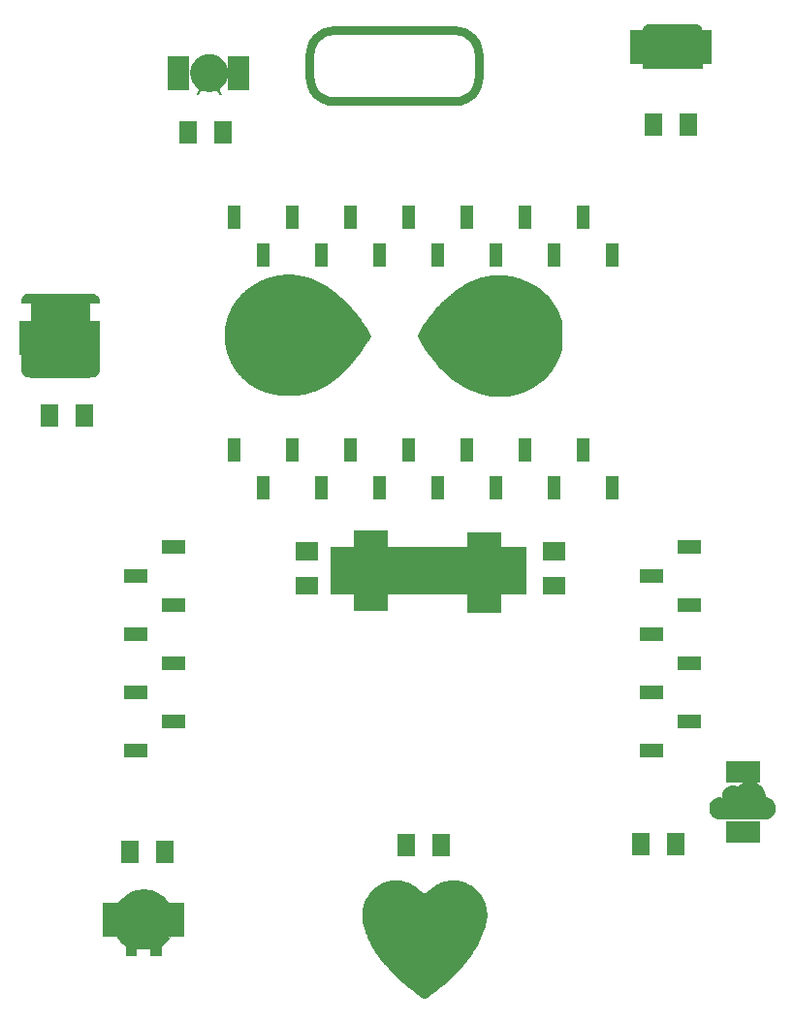
<source format=gbs>
G04 #@! TF.GenerationSoftware,KiCad,Pcbnew,(5.0.0)*
G04 #@! TF.CreationDate,2019-03-05T23:07:52-06:00*
G04 #@! TF.ProjectId,001,3030312E6B696361645F706362000000,rev?*
G04 #@! TF.SameCoordinates,Original*
G04 #@! TF.FileFunction,Soldermask,Bot*
G04 #@! TF.FilePolarity,Negative*
%FSLAX46Y46*%
G04 Gerber Fmt 4.6, Leading zero omitted, Abs format (unit mm)*
G04 Created by KiCad (PCBNEW (5.0.0)) date 03/05/19 23:07:52*
%MOMM*%
%LPD*%
G01*
G04 APERTURE LIST*
%ADD10C,0.750000*%
%ADD11C,0.133125*%
%ADD12C,0.100000*%
%ADD13C,0.005883*%
%ADD14C,0.011767*%
%ADD15C,0.008320*%
G04 APERTURE END LIST*
D10*
G04 #@! TO.C,U9*
X143701731Y-53948918D02*
X143039980Y-53948918D01*
X143039980Y-53948918D02*
X142378225Y-53948918D01*
X142378225Y-53948918D02*
X141716473Y-53948918D01*
X141716473Y-53948918D02*
X141054724Y-53948918D01*
X141054724Y-53948918D02*
X140393043Y-53948918D01*
X140393043Y-53948918D02*
X139731353Y-53948918D01*
X139731353Y-53948918D02*
X139069675Y-53948918D01*
X139069675Y-53948918D02*
X138407990Y-53948918D01*
X138407990Y-53948918D02*
X137746236Y-53948918D01*
X137746236Y-53948918D02*
X137084487Y-53948918D01*
X137084487Y-53948918D02*
X136422732Y-53948918D01*
X136422732Y-53948918D02*
X135760986Y-53948918D01*
X135760986Y-53948918D02*
X135099203Y-53948918D01*
X135099203Y-53948918D02*
X134437426Y-53948918D01*
X134437426Y-53948918D02*
X133775649Y-53948918D01*
X133775649Y-53948918D02*
X133113869Y-53948918D01*
X133113869Y-53948918D02*
X132690397Y-53993371D01*
X132690397Y-53993371D02*
X132296443Y-54120930D01*
X132296443Y-54120930D02*
X131940329Y-54322902D01*
X131940329Y-54322902D02*
X131630348Y-54590585D01*
X131630348Y-54590585D02*
X131374796Y-54915278D01*
X131374796Y-54915278D02*
X131181973Y-55288294D01*
X131181973Y-55288294D02*
X131060197Y-55700937D01*
X131060197Y-55700937D02*
X131017759Y-56144506D01*
X131017759Y-56144506D02*
X131017759Y-56594862D01*
X131017759Y-56594862D02*
X131017759Y-57045224D01*
X131017759Y-57045224D02*
X131017759Y-57495577D01*
X131017759Y-57495577D02*
X131017759Y-57945933D01*
X131017759Y-57945933D02*
X131060197Y-58389504D01*
X131060197Y-58389504D02*
X131181973Y-58802147D01*
X131181973Y-58802147D02*
X131374796Y-59175160D01*
X131374796Y-59175160D02*
X131630348Y-59499857D01*
X131630348Y-59499857D02*
X131940329Y-59767539D01*
X131940329Y-59767539D02*
X132296443Y-59969506D01*
X132296443Y-59969506D02*
X132690397Y-60097070D01*
X132690397Y-60097070D02*
X133113869Y-60141520D01*
X133113869Y-60141520D02*
X133775620Y-60141520D01*
X133775620Y-60141520D02*
X134437372Y-60141520D01*
X134437372Y-60141520D02*
X135099124Y-60141520D01*
X135099124Y-60141520D02*
X135760876Y-60141520D01*
X135760876Y-60141520D02*
X136422554Y-60141520D01*
X136422554Y-60141520D02*
X137084241Y-60141520D01*
X137084241Y-60141520D02*
X137745923Y-60141520D01*
X137745923Y-60141520D02*
X138407609Y-60141520D01*
X138407609Y-60141520D02*
X139069361Y-60141520D01*
X139069361Y-60141520D02*
X139731107Y-60141520D01*
X139731107Y-60141520D02*
X140392859Y-60141520D01*
X140392859Y-60141520D02*
X141054611Y-60141520D01*
X141054611Y-60141520D02*
X141716388Y-60141520D01*
X141716388Y-60141520D02*
X142378171Y-60141520D01*
X142378171Y-60141520D02*
X143039949Y-60141520D01*
X143039949Y-60141520D02*
X143701731Y-60141520D01*
X143701731Y-60141520D02*
X144125200Y-60097070D01*
X144125200Y-60097070D02*
X144519151Y-59969506D01*
X144519151Y-59969506D02*
X144875265Y-59767539D01*
X144875265Y-59767539D02*
X145185252Y-59499857D01*
X145185252Y-59499857D02*
X145440807Y-59175160D01*
X145440807Y-59175160D02*
X145633619Y-58802147D01*
X145633619Y-58802147D02*
X145755400Y-58389504D01*
X145755400Y-58389504D02*
X145797841Y-57945933D01*
X145797841Y-57945933D02*
X145797841Y-57495577D01*
X145797841Y-57495577D02*
X145797841Y-57045224D01*
X145797841Y-57045224D02*
X145797841Y-56594862D01*
X145797841Y-56594862D02*
X145797841Y-56144506D01*
X145797841Y-56144506D02*
X145755400Y-55700937D01*
X145755400Y-55700937D02*
X145633619Y-55288294D01*
X145633619Y-55288294D02*
X145440807Y-54915278D01*
X145440807Y-54915278D02*
X145185252Y-54590585D01*
X145185252Y-54590585D02*
X144875265Y-54322902D01*
X144875265Y-54322902D02*
X144519151Y-54120930D01*
X144519151Y-54120930D02*
X144125200Y-53993371D01*
X144125200Y-53993371D02*
X143701731Y-53948918D01*
D11*
G04 #@! TO.C,U11*
G36*
X146263047Y-75597384D02*
X146044285Y-75654415D01*
X145828472Y-75718717D01*
X145615372Y-75790424D01*
X145404747Y-75869666D01*
X145196362Y-75956582D01*
X144989982Y-76051305D01*
X144785373Y-76153963D01*
X144582298Y-76264696D01*
X144380520Y-76383635D01*
X144179809Y-76510915D01*
X143979923Y-76646666D01*
X143780628Y-76791026D01*
X143581690Y-76944126D01*
X143382873Y-77106104D01*
X143183940Y-77277089D01*
X142984657Y-77457211D01*
X142804267Y-77631038D01*
X142613857Y-77826971D01*
X142416414Y-78041033D01*
X142214927Y-78269255D01*
X142012385Y-78507665D01*
X141811779Y-78752290D01*
X141616091Y-78999161D01*
X141428318Y-79244307D01*
X141251440Y-79483756D01*
X141088451Y-79713533D01*
X140942339Y-79929670D01*
X140816090Y-80128196D01*
X140712695Y-80305138D01*
X140635141Y-80456525D01*
X140569513Y-80666750D01*
X140629169Y-80859256D01*
X140699834Y-80999058D01*
X140794252Y-81163173D01*
X140909819Y-81348065D01*
X141043934Y-81550199D01*
X141193991Y-81766031D01*
X141357387Y-81992032D01*
X141531521Y-82224659D01*
X141713785Y-82460374D01*
X141901579Y-82695640D01*
X142092296Y-82926921D01*
X142283335Y-83150678D01*
X142472094Y-83363375D01*
X142655967Y-83561472D01*
X142832351Y-83741434D01*
X143141161Y-84032919D01*
X143455870Y-84303008D01*
X143776373Y-84551669D01*
X144102568Y-84778860D01*
X144434357Y-84984547D01*
X144771638Y-85168691D01*
X145114309Y-85331254D01*
X145462272Y-85472201D01*
X145815422Y-85591491D01*
X146173661Y-85689090D01*
X146536890Y-85764959D01*
X146905003Y-85819059D01*
X147277904Y-85851354D01*
X147655486Y-85861808D01*
X148037654Y-85850380D01*
X148424304Y-85817036D01*
X148757541Y-85767089D01*
X149087848Y-85694056D01*
X149413931Y-85598867D01*
X149734493Y-85482453D01*
X150048236Y-85345741D01*
X150353863Y-85189658D01*
X150650078Y-85015138D01*
X150935585Y-84823111D01*
X151209087Y-84614504D01*
X151469287Y-84390244D01*
X151714886Y-84151267D01*
X151944592Y-83898495D01*
X152157102Y-83632861D01*
X152351125Y-83355296D01*
X152525360Y-83066726D01*
X152678514Y-82768084D01*
X152789260Y-82521837D01*
X152876515Y-82299500D01*
X152942939Y-82085905D01*
X152991196Y-81865885D01*
X153023942Y-81624266D01*
X153043839Y-81345885D01*
X153053547Y-81015566D01*
X153055805Y-80618147D01*
X153052588Y-80213395D01*
X153042343Y-79882269D01*
X153021939Y-79608381D01*
X152988284Y-79375344D01*
X152938265Y-79166779D01*
X152868774Y-78966294D01*
X152776699Y-78757503D01*
X152658933Y-78524027D01*
X152504792Y-78245679D01*
X152340948Y-77980630D01*
X152167279Y-77728789D01*
X151983666Y-77490055D01*
X151789988Y-77264336D01*
X151586122Y-77051541D01*
X151371949Y-76851569D01*
X151147354Y-76664329D01*
X150912209Y-76489724D01*
X150666396Y-76327660D01*
X150409794Y-76178043D01*
X150142284Y-76040782D01*
X149863745Y-75915774D01*
X149574058Y-75802928D01*
X149273102Y-75702152D01*
X148960752Y-75613345D01*
X148780616Y-75568613D01*
X148605652Y-75529731D01*
X148435082Y-75496699D01*
X148268125Y-75469521D01*
X148104005Y-75448185D01*
X147941941Y-75432663D01*
X147781157Y-75422983D01*
X147620871Y-75419117D01*
X147460307Y-75421092D01*
X147298684Y-75428881D01*
X147135226Y-75442485D01*
X146969147Y-75461845D01*
X146799675Y-75487047D01*
X146626032Y-75518038D01*
X146447434Y-75554823D01*
X146263109Y-75597399D01*
X146263109Y-75597402D01*
X146263109Y-75597405D01*
X146263109Y-75597408D01*
X146263109Y-75597410D01*
X146263078Y-75597413D01*
X146263047Y-75597384D01*
X146263047Y-75597384D01*
G37*
X146263047Y-75597384D02*
X146044285Y-75654415D01*
X145828472Y-75718717D01*
X145615372Y-75790424D01*
X145404747Y-75869666D01*
X145196362Y-75956582D01*
X144989982Y-76051305D01*
X144785373Y-76153963D01*
X144582298Y-76264696D01*
X144380520Y-76383635D01*
X144179809Y-76510915D01*
X143979923Y-76646666D01*
X143780628Y-76791026D01*
X143581690Y-76944126D01*
X143382873Y-77106104D01*
X143183940Y-77277089D01*
X142984657Y-77457211D01*
X142804267Y-77631038D01*
X142613857Y-77826971D01*
X142416414Y-78041033D01*
X142214927Y-78269255D01*
X142012385Y-78507665D01*
X141811779Y-78752290D01*
X141616091Y-78999161D01*
X141428318Y-79244307D01*
X141251440Y-79483756D01*
X141088451Y-79713533D01*
X140942339Y-79929670D01*
X140816090Y-80128196D01*
X140712695Y-80305138D01*
X140635141Y-80456525D01*
X140569513Y-80666750D01*
X140629169Y-80859256D01*
X140699834Y-80999058D01*
X140794252Y-81163173D01*
X140909819Y-81348065D01*
X141043934Y-81550199D01*
X141193991Y-81766031D01*
X141357387Y-81992032D01*
X141531521Y-82224659D01*
X141713785Y-82460374D01*
X141901579Y-82695640D01*
X142092296Y-82926921D01*
X142283335Y-83150678D01*
X142472094Y-83363375D01*
X142655967Y-83561472D01*
X142832351Y-83741434D01*
X143141161Y-84032919D01*
X143455870Y-84303008D01*
X143776373Y-84551669D01*
X144102568Y-84778860D01*
X144434357Y-84984547D01*
X144771638Y-85168691D01*
X145114309Y-85331254D01*
X145462272Y-85472201D01*
X145815422Y-85591491D01*
X146173661Y-85689090D01*
X146536890Y-85764959D01*
X146905003Y-85819059D01*
X147277904Y-85851354D01*
X147655486Y-85861808D01*
X148037654Y-85850380D01*
X148424304Y-85817036D01*
X148757541Y-85767089D01*
X149087848Y-85694056D01*
X149413931Y-85598867D01*
X149734493Y-85482453D01*
X150048236Y-85345741D01*
X150353863Y-85189658D01*
X150650078Y-85015138D01*
X150935585Y-84823111D01*
X151209087Y-84614504D01*
X151469287Y-84390244D01*
X151714886Y-84151267D01*
X151944592Y-83898495D01*
X152157102Y-83632861D01*
X152351125Y-83355296D01*
X152525360Y-83066726D01*
X152678514Y-82768084D01*
X152789260Y-82521837D01*
X152876515Y-82299500D01*
X152942939Y-82085905D01*
X152991196Y-81865885D01*
X153023942Y-81624266D01*
X153043839Y-81345885D01*
X153053547Y-81015566D01*
X153055805Y-80618147D01*
X153052588Y-80213395D01*
X153042343Y-79882269D01*
X153021939Y-79608381D01*
X152988284Y-79375344D01*
X152938265Y-79166779D01*
X152868774Y-78966294D01*
X152776699Y-78757503D01*
X152658933Y-78524027D01*
X152504792Y-78245679D01*
X152340948Y-77980630D01*
X152167279Y-77728789D01*
X151983666Y-77490055D01*
X151789988Y-77264336D01*
X151586122Y-77051541D01*
X151371949Y-76851569D01*
X151147354Y-76664329D01*
X150912209Y-76489724D01*
X150666396Y-76327660D01*
X150409794Y-76178043D01*
X150142284Y-76040782D01*
X149863745Y-75915774D01*
X149574058Y-75802928D01*
X149273102Y-75702152D01*
X148960752Y-75613345D01*
X148780616Y-75568613D01*
X148605652Y-75529731D01*
X148435082Y-75496699D01*
X148268125Y-75469521D01*
X148104005Y-75448185D01*
X147941941Y-75432663D01*
X147781157Y-75422983D01*
X147620871Y-75419117D01*
X147460307Y-75421092D01*
X147298684Y-75428881D01*
X147135226Y-75442485D01*
X146969147Y-75461845D01*
X146799675Y-75487047D01*
X146626032Y-75518038D01*
X146447434Y-75554823D01*
X146263109Y-75597399D01*
X146263109Y-75597402D01*
X146263109Y-75597405D01*
X146263109Y-75597408D01*
X146263109Y-75597410D01*
X146263078Y-75597413D01*
X146263047Y-75597384D01*
G04 #@! TO.C,U12*
G36*
X128034691Y-75504812D02*
X127962726Y-75519403D01*
X127891186Y-75534897D01*
X127820077Y-75551294D01*
X127749403Y-75568566D01*
X127679169Y-75586713D01*
X127609381Y-75605734D01*
X127540042Y-75625603D01*
X127471157Y-75646318D01*
X127402732Y-75667880D01*
X127334771Y-75690288D01*
X127267279Y-75713515D01*
X127200260Y-75737560D01*
X127133720Y-75762424D01*
X127067662Y-75788106D01*
X127002093Y-75814579D01*
X126937017Y-75841842D01*
X126872438Y-75869894D01*
X126808361Y-75898723D01*
X126744791Y-75928317D01*
X126681733Y-75958673D01*
X126619192Y-75989782D01*
X126557172Y-76021637D01*
X126495678Y-76054228D01*
X126434715Y-76087550D01*
X126374287Y-76121594D01*
X126314400Y-76156356D01*
X126255059Y-76191823D01*
X126196267Y-76227992D01*
X126138031Y-76264850D01*
X126080353Y-76302397D01*
X126023241Y-76340619D01*
X125966697Y-76379509D01*
X125910727Y-76419062D01*
X125855336Y-76459268D01*
X125800528Y-76500122D01*
X125746308Y-76541614D01*
X125692682Y-76583739D01*
X125639654Y-76626487D01*
X125587227Y-76669851D01*
X125535409Y-76713824D01*
X125484202Y-76758398D01*
X125433612Y-76803562D01*
X125383644Y-76849316D01*
X125334302Y-76895645D01*
X125285592Y-76942545D01*
X125237517Y-76990006D01*
X125190083Y-77038026D01*
X125143294Y-77086591D01*
X125097156Y-77135698D01*
X125051673Y-77185335D01*
X125006850Y-77235500D01*
X124962691Y-77286179D01*
X124919203Y-77337368D01*
X124876388Y-77389060D01*
X124834252Y-77441246D01*
X124792800Y-77493920D01*
X124752036Y-77547071D01*
X124711966Y-77600696D01*
X124672594Y-77654781D01*
X124633925Y-77709326D01*
X124595963Y-77764317D01*
X124558713Y-77819751D01*
X124522181Y-77875620D01*
X124486371Y-77931912D01*
X124451288Y-77988621D01*
X124416936Y-78045743D01*
X124383320Y-78103266D01*
X124350445Y-78161186D01*
X124318316Y-78219493D01*
X124286937Y-78278181D01*
X124256314Y-78337239D01*
X124226452Y-78396664D01*
X124197354Y-78456444D01*
X124169026Y-78516577D01*
X124141472Y-78577049D01*
X124114698Y-78637857D01*
X124088708Y-78698992D01*
X124063505Y-78760446D01*
X124039099Y-78822213D01*
X124015488Y-78884282D01*
X123992682Y-78946647D01*
X123970683Y-79009303D01*
X123949496Y-79072239D01*
X123929128Y-79135448D01*
X123909581Y-79198923D01*
X123890862Y-79262657D01*
X123872974Y-79326640D01*
X123855923Y-79390868D01*
X123839712Y-79455330D01*
X123824348Y-79520021D01*
X123809836Y-79584932D01*
X123796179Y-79650058D01*
X123783383Y-79715387D01*
X123771451Y-79780913D01*
X123760390Y-79846629D01*
X123750205Y-79912527D01*
X123740897Y-79978598D01*
X123732476Y-80044839D01*
X123724943Y-80111237D01*
X123718303Y-80177788D01*
X123712562Y-80244483D01*
X123707725Y-80311316D01*
X123703796Y-80378276D01*
X123700779Y-80445357D01*
X123698691Y-80512552D01*
X123697506Y-80579853D01*
X123697257Y-80647253D01*
X123697934Y-80714744D01*
X123699543Y-80782319D01*
X123702111Y-80849968D01*
X123705619Y-80917684D01*
X123710078Y-80985463D01*
X123715494Y-81053292D01*
X123721869Y-81121170D01*
X123729210Y-81189083D01*
X123737521Y-81257026D01*
X123746809Y-81324990D01*
X123757076Y-81392972D01*
X123768329Y-81460959D01*
X123780569Y-81528947D01*
X123793805Y-81596926D01*
X123808040Y-81664888D01*
X123823277Y-81732830D01*
X123839522Y-81800738D01*
X123856783Y-81868610D01*
X123875059Y-81936433D01*
X123894361Y-82004203D01*
X123914689Y-82071911D01*
X123931546Y-82125694D01*
X123948889Y-82179156D01*
X123966714Y-82232295D01*
X123985022Y-82285113D01*
X124003809Y-82337607D01*
X124023074Y-82389773D01*
X124042812Y-82441611D01*
X124063022Y-82493119D01*
X124083701Y-82544298D01*
X124104848Y-82595140D01*
X124126460Y-82645649D01*
X124148536Y-82695826D01*
X124171071Y-82745660D01*
X124194067Y-82795157D01*
X124217516Y-82844314D01*
X124241421Y-82893127D01*
X124265776Y-82941599D01*
X124290581Y-82989723D01*
X124315834Y-83037498D01*
X124341530Y-83084928D01*
X124367670Y-83132006D01*
X124394250Y-83178730D01*
X124421267Y-83225102D01*
X124448718Y-83271119D01*
X124476602Y-83316779D01*
X124504918Y-83362079D01*
X124533662Y-83407020D01*
X124562832Y-83451600D01*
X124592427Y-83495816D01*
X124622443Y-83539664D01*
X124652879Y-83583149D01*
X124683731Y-83626264D01*
X124714998Y-83669010D01*
X124746678Y-83711385D01*
X124778768Y-83753386D01*
X124811266Y-83795013D01*
X124844170Y-83836263D01*
X124877477Y-83877137D01*
X124911185Y-83917630D01*
X124945292Y-83957743D01*
X124979795Y-83997474D01*
X125014693Y-84036819D01*
X125049982Y-84075779D01*
X125085660Y-84114351D01*
X125121726Y-84152535D01*
X125158177Y-84190328D01*
X125195011Y-84227728D01*
X125232225Y-84264733D01*
X125269817Y-84301343D01*
X125307785Y-84337557D01*
X125346127Y-84373371D01*
X125384839Y-84408787D01*
X125423921Y-84443800D01*
X125463370Y-84478409D01*
X125503182Y-84512614D01*
X125543357Y-84546410D01*
X125583892Y-84579800D01*
X125624784Y-84612778D01*
X125666031Y-84645343D01*
X125707631Y-84677497D01*
X125749582Y-84709236D01*
X125791881Y-84740559D01*
X125834526Y-84771463D01*
X125877515Y-84801948D01*
X125920846Y-84832014D01*
X125964515Y-84861653D01*
X126008521Y-84890871D01*
X126052862Y-84919660D01*
X126097535Y-84948024D01*
X126142538Y-84975964D01*
X126187869Y-85003452D01*
X126233525Y-85030517D01*
X126279504Y-85057159D01*
X126325805Y-85083349D01*
X126372423Y-85109116D01*
X126419358Y-85134432D01*
X126466607Y-85159324D01*
X126514167Y-85183764D01*
X126562037Y-85207753D01*
X126610213Y-85231290D01*
X126658695Y-85254404D01*
X126707479Y-85277067D01*
X126756563Y-85299278D01*
X126805945Y-85321037D01*
X126855622Y-85342345D01*
X126905593Y-85363201D01*
X126955855Y-85383606D01*
X127006406Y-85403530D01*
X127057243Y-85423004D01*
X127108364Y-85442026D01*
X127159767Y-85460568D01*
X127211449Y-85478658D01*
X127263409Y-85496269D01*
X127315644Y-85513428D01*
X127368151Y-85530107D01*
X127420929Y-85546307D01*
X127473975Y-85562055D01*
X127527287Y-85577314D01*
X127580862Y-85592100D01*
X127634698Y-85606406D01*
X127688794Y-85620235D01*
X127743146Y-85633581D01*
X127797752Y-85646445D01*
X127852610Y-85658826D01*
X127907718Y-85670722D01*
X127963074Y-85682129D01*
X128018674Y-85693048D01*
X128074518Y-85703476D01*
X128130602Y-85713413D01*
X128186924Y-85722856D01*
X128243482Y-85731806D01*
X128300274Y-85740258D01*
X128357298Y-85748211D01*
X128414550Y-85755665D01*
X128472030Y-85762616D01*
X128529734Y-85769065D01*
X128587660Y-85775008D01*
X128645806Y-85780444D01*
X128704169Y-85785372D01*
X128762748Y-85789791D01*
X128821541Y-85793700D01*
X128880543Y-85797095D01*
X128939755Y-85799977D01*
X128999172Y-85802347D01*
X129058794Y-85804182D01*
X129118617Y-85805508D01*
X129178639Y-85806327D01*
X129238859Y-85806609D01*
X129295704Y-85806385D01*
X129352422Y-85805680D01*
X129409013Y-85804494D01*
X129465476Y-85802801D01*
X129521812Y-85800628D01*
X129578022Y-85797975D01*
X129634107Y-85794823D01*
X129690066Y-85791182D01*
X129745901Y-85787050D01*
X129801611Y-85782430D01*
X129857197Y-85777319D01*
X129912660Y-85771717D01*
X129968000Y-85765627D01*
X130023218Y-85759045D01*
X130078314Y-85751973D01*
X130133288Y-85744406D01*
X130188141Y-85736349D01*
X130242875Y-85727800D01*
X130297488Y-85718758D01*
X130351979Y-85709225D01*
X130406352Y-85699197D01*
X130460609Y-85688676D01*
X130514745Y-85677661D01*
X130568765Y-85666152D01*
X130622667Y-85654149D01*
X130676453Y-85641652D01*
X130730120Y-85628659D01*
X130783675Y-85615171D01*
X130837114Y-85601187D01*
X130890437Y-85586709D01*
X130943644Y-85571734D01*
X130996738Y-85556269D01*
X131049720Y-85540295D01*
X131102589Y-85523841D01*
X131155342Y-85506880D01*
X131207987Y-85489410D01*
X131260517Y-85471461D01*
X131312940Y-85453003D01*
X131365250Y-85434038D01*
X131417450Y-85414593D01*
X131469540Y-85394640D01*
X131521519Y-85374179D01*
X131573392Y-85353238D01*
X131625157Y-85331789D01*
X131676812Y-85309832D01*
X131728360Y-85287367D01*
X131779803Y-85264423D01*
X131831137Y-85240970D01*
X131882366Y-85217009D01*
X131933490Y-85192541D01*
X131984508Y-85167592D01*
X132035423Y-85142136D01*
X132086235Y-85116171D01*
X132136942Y-85089699D01*
X132187544Y-85062718D01*
X132238045Y-85035230D01*
X132288444Y-85007262D01*
X132338739Y-84978777D01*
X132388935Y-84949790D01*
X132439032Y-84920295D01*
X132489025Y-84890298D01*
X132538922Y-84859795D01*
X132588717Y-84828787D01*
X132638414Y-84797271D01*
X132688012Y-84765251D01*
X132737513Y-84732722D01*
X132786916Y-84699685D01*
X132836221Y-84666143D01*
X132885429Y-84632092D01*
X132934541Y-84597534D01*
X132983557Y-84562468D01*
X133032481Y-84526894D01*
X133081308Y-84490809D01*
X133130042Y-84454216D01*
X133178683Y-84417115D01*
X133227231Y-84379504D01*
X133275683Y-84341381D01*
X133324044Y-84302750D01*
X133372316Y-84263606D01*
X133420494Y-84223954D01*
X133468582Y-84183791D01*
X133516576Y-84143114D01*
X133564484Y-84101927D01*
X133612303Y-84060228D01*
X133660030Y-84018016D01*
X133707669Y-83975294D01*
X133755221Y-83932054D01*
X133802685Y-83888304D01*
X133850061Y-83844040D01*
X133897353Y-83799260D01*
X133944558Y-83753969D01*
X133991675Y-83708162D01*
X134038710Y-83661841D01*
X134085658Y-83615003D01*
X134132524Y-83567652D01*
X134179305Y-83519784D01*
X134226001Y-83471400D01*
X134272616Y-83422502D01*
X134319149Y-83373085D01*
X134365597Y-83323151D01*
X134411966Y-83272699D01*
X134458253Y-83221732D01*
X134504459Y-83170246D01*
X134550585Y-83118241D01*
X134596632Y-83065720D01*
X134642601Y-83012676D01*
X134688490Y-82959116D01*
X134734300Y-82905039D01*
X134780034Y-82850440D01*
X134825692Y-82795320D01*
X134871271Y-82739682D01*
X134916774Y-82683523D01*
X134962200Y-82626841D01*
X135007554Y-82569641D01*
X135052830Y-82511918D01*
X135098034Y-82453673D01*
X135143161Y-82394906D01*
X135188218Y-82335616D01*
X135233199Y-82275805D01*
X135278109Y-82215472D01*
X135322945Y-82154613D01*
X135367711Y-82093233D01*
X135412407Y-82031327D01*
X135457032Y-81968900D01*
X135501586Y-81905947D01*
X135546070Y-81842470D01*
X135590486Y-81778467D01*
X135634832Y-81713937D01*
X135679505Y-81648617D01*
X135724178Y-81583299D01*
X135768851Y-81517979D01*
X135813527Y-81452662D01*
X135858200Y-81387341D01*
X135902873Y-81322024D01*
X135947545Y-81256703D01*
X135992218Y-81191386D01*
X136036891Y-81126065D01*
X136081564Y-81060745D01*
X136126237Y-80995428D01*
X136170913Y-80930107D01*
X136215586Y-80864790D01*
X136260259Y-80799469D01*
X136304932Y-80734152D01*
X136349605Y-80668832D01*
X136330583Y-80637138D01*
X136311561Y-80605442D01*
X136292540Y-80573748D01*
X136273518Y-80542052D01*
X136254496Y-80510358D01*
X136235474Y-80478662D01*
X136216452Y-80446968D01*
X136197431Y-80415275D01*
X136178409Y-80383578D01*
X136159387Y-80351885D01*
X136140365Y-80320188D01*
X136121344Y-80288495D01*
X136102322Y-80256798D01*
X136083300Y-80225105D01*
X136064278Y-80193409D01*
X136045256Y-80161715D01*
X135974639Y-80045389D01*
X135903005Y-79930092D01*
X135830361Y-79815854D01*
X135756732Y-79702686D01*
X135682138Y-79590604D01*
X135606601Y-79479626D01*
X135530139Y-79369766D01*
X135452773Y-79261039D01*
X135413759Y-79207107D01*
X135374524Y-79153465D01*
X135335072Y-79100116D01*
X135295409Y-79047059D01*
X135255534Y-78994300D01*
X135215453Y-78941840D01*
X135175163Y-78889680D01*
X135134672Y-78837822D01*
X135093978Y-78786268D01*
X135053090Y-78735022D01*
X135012001Y-78684084D01*
X134970724Y-78633456D01*
X134929254Y-78583142D01*
X134887595Y-78533140D01*
X134845750Y-78483458D01*
X134803724Y-78434092D01*
X134761518Y-78385047D01*
X134719134Y-78336327D01*
X134676572Y-78287932D01*
X134633838Y-78239863D01*
X134590934Y-78192123D01*
X134547864Y-78144715D01*
X134504628Y-78097640D01*
X134461228Y-78050902D01*
X134417667Y-78004499D01*
X134373951Y-77958437D01*
X134330079Y-77912714D01*
X134286052Y-77867336D01*
X134241876Y-77822304D01*
X134197553Y-77777620D01*
X134153086Y-77733286D01*
X134108475Y-77689302D01*
X134063726Y-77645673D01*
X134018836Y-77602400D01*
X133973813Y-77559485D01*
X133928658Y-77516929D01*
X133883372Y-77474736D01*
X133837960Y-77432908D01*
X133792423Y-77391444D01*
X133746765Y-77350350D01*
X133700986Y-77309625D01*
X133655088Y-77269273D01*
X133609078Y-77229293D01*
X133562954Y-77189692D01*
X133516720Y-77150472D01*
X133470382Y-77111629D01*
X133423937Y-77073168D01*
X133377390Y-77035094D01*
X133330744Y-76997406D01*
X133284000Y-76960104D01*
X133237162Y-76923198D01*
X133190234Y-76886681D01*
X133143216Y-76850560D01*
X133096110Y-76814836D01*
X133048920Y-76779513D01*
X133001648Y-76744588D01*
X132954297Y-76710067D01*
X132906869Y-76675952D01*
X132859368Y-76642246D01*
X132811794Y-76608946D01*
X132764149Y-76576062D01*
X132716440Y-76543587D01*
X132668668Y-76511529D01*
X132620831Y-76479889D01*
X132572938Y-76448670D01*
X132524986Y-76417871D01*
X132476983Y-76387495D01*
X132428926Y-76357546D01*
X132380821Y-76328025D01*
X132332668Y-76298934D01*
X132284476Y-76270274D01*
X132236239Y-76242049D01*
X132187965Y-76214250D01*
X132139651Y-76186903D01*
X132091306Y-76159979D01*
X132042931Y-76133506D01*
X131994524Y-76107486D01*
X131946092Y-76081916D01*
X131897637Y-76056798D01*
X131849162Y-76032132D01*
X131800668Y-76007918D01*
X131752157Y-75984154D01*
X131703635Y-75960843D01*
X131655098Y-75937983D01*
X131606556Y-75915574D01*
X131558008Y-75893646D01*
X131509454Y-75872169D01*
X131460901Y-75851171D01*
X131412350Y-75830654D01*
X131363802Y-75810588D01*
X131315263Y-75791002D01*
X131266732Y-75771895D01*
X131218212Y-75753268D01*
X131169707Y-75735122D01*
X131121218Y-75717454D01*
X131072749Y-75700267D01*
X131024303Y-75683560D01*
X130975879Y-75667332D01*
X130927484Y-75651612D01*
X130879119Y-75636372D01*
X130830786Y-75621640D01*
X130782487Y-75607388D01*
X130734224Y-75593644D01*
X130686000Y-75580379D01*
X130637819Y-75567623D01*
X130589686Y-75555374D01*
X130541596Y-75543634D01*
X130493559Y-75532401D01*
X130445573Y-75521677D01*
X130397640Y-75511460D01*
X130349767Y-75501780D01*
X130301952Y-75492608D01*
X130281491Y-75488798D01*
X130261171Y-75485073D01*
X130240992Y-75481404D01*
X130220926Y-75477791D01*
X130201002Y-75474235D01*
X130181190Y-75470736D01*
X130161499Y-75467321D01*
X130141927Y-75463962D01*
X130122470Y-75460660D01*
X130103130Y-75457415D01*
X130083902Y-75454226D01*
X130064784Y-75451093D01*
X130045777Y-75448017D01*
X130026876Y-75444997D01*
X130008077Y-75442062D01*
X129989383Y-75439183D01*
X129970784Y-75436361D01*
X129952285Y-75433539D01*
X129933881Y-75430717D01*
X129915573Y-75428177D01*
X129897356Y-75425637D01*
X129879229Y-75423097D01*
X129861189Y-75420557D01*
X129843234Y-75418017D01*
X129825361Y-75415759D01*
X129807570Y-75413501D01*
X129789857Y-75411243D01*
X129772221Y-75408986D01*
X129754662Y-75407010D01*
X129737172Y-75405034D01*
X129719756Y-75403059D01*
X129702408Y-75401083D01*
X129685125Y-75399108D01*
X129667906Y-75397414D01*
X129650750Y-75395721D01*
X129633653Y-75394028D01*
X129616615Y-75392334D01*
X129599631Y-75390923D01*
X129582704Y-75389512D01*
X129565827Y-75388101D01*
X129548998Y-75386690D01*
X129532217Y-75385279D01*
X129515481Y-75384150D01*
X129498788Y-75383021D01*
X129482136Y-75381892D01*
X129465525Y-75380763D01*
X129448950Y-75379917D01*
X129432409Y-75379070D01*
X129415902Y-75378223D01*
X129399423Y-75377377D01*
X129382972Y-75376530D01*
X129366547Y-75375966D01*
X129350147Y-75375401D01*
X129333767Y-75374837D01*
X129317409Y-75374272D01*
X129301068Y-75373708D01*
X129284742Y-75373426D01*
X129268432Y-75373143D01*
X129252131Y-75372909D01*
X129235841Y-75372740D01*
X129219560Y-75372632D01*
X129203281Y-75372590D01*
X129187005Y-75372607D01*
X129170732Y-75372683D01*
X129154457Y-75372816D01*
X129138178Y-75373002D01*
X129121894Y-75373239D01*
X129105601Y-75373521D01*
X129089300Y-75373804D01*
X129072988Y-75374086D01*
X129056661Y-75374650D01*
X129040318Y-75375215D01*
X129023957Y-75375779D01*
X129007577Y-75376344D01*
X128991174Y-75377190D01*
X128974746Y-75378037D01*
X128958293Y-75378884D01*
X128941811Y-75379730D01*
X128925298Y-75380859D01*
X128908751Y-75381988D01*
X128892171Y-75383117D01*
X128875553Y-75384246D01*
X128858897Y-75385375D01*
X128842198Y-75386786D01*
X128825456Y-75388197D01*
X128808667Y-75389608D01*
X128791832Y-75391019D01*
X128774947Y-75392430D01*
X128758011Y-75394124D01*
X128741021Y-75395817D01*
X128723975Y-75397510D01*
X128706869Y-75399204D01*
X128689704Y-75401179D01*
X128672478Y-75403155D01*
X128655186Y-75405130D01*
X128637826Y-75407106D01*
X128620399Y-75409081D01*
X128602901Y-75411339D01*
X128585330Y-75413597D01*
X128567683Y-75415855D01*
X128549959Y-75418113D01*
X128532157Y-75420653D01*
X128514272Y-75423193D01*
X128496303Y-75425733D01*
X128478249Y-75428273D01*
X128460108Y-75430813D01*
X128441877Y-75433635D01*
X128423555Y-75436457D01*
X128405137Y-75439279D01*
X128386623Y-75442186D01*
X128368013Y-75445149D01*
X128349302Y-75448169D01*
X128330489Y-75451245D01*
X128311572Y-75454406D01*
X128292547Y-75457624D01*
X128273413Y-75460897D01*
X128254168Y-75464228D01*
X128234810Y-75467614D01*
X128215337Y-75471086D01*
X128195748Y-75474613D01*
X128176037Y-75478198D01*
X128156206Y-75481838D01*
X128136250Y-75485535D01*
X128116170Y-75489317D01*
X128095963Y-75493155D01*
X128075626Y-75497050D01*
X128055156Y-75501001D01*
X128034554Y-75505037D01*
X128034554Y-75505040D01*
X128034554Y-75505043D01*
X128034554Y-75505045D01*
X128034554Y-75505048D01*
X128034570Y-75505043D01*
X128034586Y-75505037D01*
X128034602Y-75505031D01*
X128034619Y-75505026D01*
X128034635Y-75505017D01*
X128034651Y-75505012D01*
X128034667Y-75505006D01*
X128034691Y-75504812D01*
X128034691Y-75504812D01*
G37*
X128034691Y-75504812D02*
X127962726Y-75519403D01*
X127891186Y-75534897D01*
X127820077Y-75551294D01*
X127749403Y-75568566D01*
X127679169Y-75586713D01*
X127609381Y-75605734D01*
X127540042Y-75625603D01*
X127471157Y-75646318D01*
X127402732Y-75667880D01*
X127334771Y-75690288D01*
X127267279Y-75713515D01*
X127200260Y-75737560D01*
X127133720Y-75762424D01*
X127067662Y-75788106D01*
X127002093Y-75814579D01*
X126937017Y-75841842D01*
X126872438Y-75869894D01*
X126808361Y-75898723D01*
X126744791Y-75928317D01*
X126681733Y-75958673D01*
X126619192Y-75989782D01*
X126557172Y-76021637D01*
X126495678Y-76054228D01*
X126434715Y-76087550D01*
X126374287Y-76121594D01*
X126314400Y-76156356D01*
X126255059Y-76191823D01*
X126196267Y-76227992D01*
X126138031Y-76264850D01*
X126080353Y-76302397D01*
X126023241Y-76340619D01*
X125966697Y-76379509D01*
X125910727Y-76419062D01*
X125855336Y-76459268D01*
X125800528Y-76500122D01*
X125746308Y-76541614D01*
X125692682Y-76583739D01*
X125639654Y-76626487D01*
X125587227Y-76669851D01*
X125535409Y-76713824D01*
X125484202Y-76758398D01*
X125433612Y-76803562D01*
X125383644Y-76849316D01*
X125334302Y-76895645D01*
X125285592Y-76942545D01*
X125237517Y-76990006D01*
X125190083Y-77038026D01*
X125143294Y-77086591D01*
X125097156Y-77135698D01*
X125051673Y-77185335D01*
X125006850Y-77235500D01*
X124962691Y-77286179D01*
X124919203Y-77337368D01*
X124876388Y-77389060D01*
X124834252Y-77441246D01*
X124792800Y-77493920D01*
X124752036Y-77547071D01*
X124711966Y-77600696D01*
X124672594Y-77654781D01*
X124633925Y-77709326D01*
X124595963Y-77764317D01*
X124558713Y-77819751D01*
X124522181Y-77875620D01*
X124486371Y-77931912D01*
X124451288Y-77988621D01*
X124416936Y-78045743D01*
X124383320Y-78103266D01*
X124350445Y-78161186D01*
X124318316Y-78219493D01*
X124286937Y-78278181D01*
X124256314Y-78337239D01*
X124226452Y-78396664D01*
X124197354Y-78456444D01*
X124169026Y-78516577D01*
X124141472Y-78577049D01*
X124114698Y-78637857D01*
X124088708Y-78698992D01*
X124063505Y-78760446D01*
X124039099Y-78822213D01*
X124015488Y-78884282D01*
X123992682Y-78946647D01*
X123970683Y-79009303D01*
X123949496Y-79072239D01*
X123929128Y-79135448D01*
X123909581Y-79198923D01*
X123890862Y-79262657D01*
X123872974Y-79326640D01*
X123855923Y-79390868D01*
X123839712Y-79455330D01*
X123824348Y-79520021D01*
X123809836Y-79584932D01*
X123796179Y-79650058D01*
X123783383Y-79715387D01*
X123771451Y-79780913D01*
X123760390Y-79846629D01*
X123750205Y-79912527D01*
X123740897Y-79978598D01*
X123732476Y-80044839D01*
X123724943Y-80111237D01*
X123718303Y-80177788D01*
X123712562Y-80244483D01*
X123707725Y-80311316D01*
X123703796Y-80378276D01*
X123700779Y-80445357D01*
X123698691Y-80512552D01*
X123697506Y-80579853D01*
X123697257Y-80647253D01*
X123697934Y-80714744D01*
X123699543Y-80782319D01*
X123702111Y-80849968D01*
X123705619Y-80917684D01*
X123710078Y-80985463D01*
X123715494Y-81053292D01*
X123721869Y-81121170D01*
X123729210Y-81189083D01*
X123737521Y-81257026D01*
X123746809Y-81324990D01*
X123757076Y-81392972D01*
X123768329Y-81460959D01*
X123780569Y-81528947D01*
X123793805Y-81596926D01*
X123808040Y-81664888D01*
X123823277Y-81732830D01*
X123839522Y-81800738D01*
X123856783Y-81868610D01*
X123875059Y-81936433D01*
X123894361Y-82004203D01*
X123914689Y-82071911D01*
X123931546Y-82125694D01*
X123948889Y-82179156D01*
X123966714Y-82232295D01*
X123985022Y-82285113D01*
X124003809Y-82337607D01*
X124023074Y-82389773D01*
X124042812Y-82441611D01*
X124063022Y-82493119D01*
X124083701Y-82544298D01*
X124104848Y-82595140D01*
X124126460Y-82645649D01*
X124148536Y-82695826D01*
X124171071Y-82745660D01*
X124194067Y-82795157D01*
X124217516Y-82844314D01*
X124241421Y-82893127D01*
X124265776Y-82941599D01*
X124290581Y-82989723D01*
X124315834Y-83037498D01*
X124341530Y-83084928D01*
X124367670Y-83132006D01*
X124394250Y-83178730D01*
X124421267Y-83225102D01*
X124448718Y-83271119D01*
X124476602Y-83316779D01*
X124504918Y-83362079D01*
X124533662Y-83407020D01*
X124562832Y-83451600D01*
X124592427Y-83495816D01*
X124622443Y-83539664D01*
X124652879Y-83583149D01*
X124683731Y-83626264D01*
X124714998Y-83669010D01*
X124746678Y-83711385D01*
X124778768Y-83753386D01*
X124811266Y-83795013D01*
X124844170Y-83836263D01*
X124877477Y-83877137D01*
X124911185Y-83917630D01*
X124945292Y-83957743D01*
X124979795Y-83997474D01*
X125014693Y-84036819D01*
X125049982Y-84075779D01*
X125085660Y-84114351D01*
X125121726Y-84152535D01*
X125158177Y-84190328D01*
X125195011Y-84227728D01*
X125232225Y-84264733D01*
X125269817Y-84301343D01*
X125307785Y-84337557D01*
X125346127Y-84373371D01*
X125384839Y-84408787D01*
X125423921Y-84443800D01*
X125463370Y-84478409D01*
X125503182Y-84512614D01*
X125543357Y-84546410D01*
X125583892Y-84579800D01*
X125624784Y-84612778D01*
X125666031Y-84645343D01*
X125707631Y-84677497D01*
X125749582Y-84709236D01*
X125791881Y-84740559D01*
X125834526Y-84771463D01*
X125877515Y-84801948D01*
X125920846Y-84832014D01*
X125964515Y-84861653D01*
X126008521Y-84890871D01*
X126052862Y-84919660D01*
X126097535Y-84948024D01*
X126142538Y-84975964D01*
X126187869Y-85003452D01*
X126233525Y-85030517D01*
X126279504Y-85057159D01*
X126325805Y-85083349D01*
X126372423Y-85109116D01*
X126419358Y-85134432D01*
X126466607Y-85159324D01*
X126514167Y-85183764D01*
X126562037Y-85207753D01*
X126610213Y-85231290D01*
X126658695Y-85254404D01*
X126707479Y-85277067D01*
X126756563Y-85299278D01*
X126805945Y-85321037D01*
X126855622Y-85342345D01*
X126905593Y-85363201D01*
X126955855Y-85383606D01*
X127006406Y-85403530D01*
X127057243Y-85423004D01*
X127108364Y-85442026D01*
X127159767Y-85460568D01*
X127211449Y-85478658D01*
X127263409Y-85496269D01*
X127315644Y-85513428D01*
X127368151Y-85530107D01*
X127420929Y-85546307D01*
X127473975Y-85562055D01*
X127527287Y-85577314D01*
X127580862Y-85592100D01*
X127634698Y-85606406D01*
X127688794Y-85620235D01*
X127743146Y-85633581D01*
X127797752Y-85646445D01*
X127852610Y-85658826D01*
X127907718Y-85670722D01*
X127963074Y-85682129D01*
X128018674Y-85693048D01*
X128074518Y-85703476D01*
X128130602Y-85713413D01*
X128186924Y-85722856D01*
X128243482Y-85731806D01*
X128300274Y-85740258D01*
X128357298Y-85748211D01*
X128414550Y-85755665D01*
X128472030Y-85762616D01*
X128529734Y-85769065D01*
X128587660Y-85775008D01*
X128645806Y-85780444D01*
X128704169Y-85785372D01*
X128762748Y-85789791D01*
X128821541Y-85793700D01*
X128880543Y-85797095D01*
X128939755Y-85799977D01*
X128999172Y-85802347D01*
X129058794Y-85804182D01*
X129118617Y-85805508D01*
X129178639Y-85806327D01*
X129238859Y-85806609D01*
X129295704Y-85806385D01*
X129352422Y-85805680D01*
X129409013Y-85804494D01*
X129465476Y-85802801D01*
X129521812Y-85800628D01*
X129578022Y-85797975D01*
X129634107Y-85794823D01*
X129690066Y-85791182D01*
X129745901Y-85787050D01*
X129801611Y-85782430D01*
X129857197Y-85777319D01*
X129912660Y-85771717D01*
X129968000Y-85765627D01*
X130023218Y-85759045D01*
X130078314Y-85751973D01*
X130133288Y-85744406D01*
X130188141Y-85736349D01*
X130242875Y-85727800D01*
X130297488Y-85718758D01*
X130351979Y-85709225D01*
X130406352Y-85699197D01*
X130460609Y-85688676D01*
X130514745Y-85677661D01*
X130568765Y-85666152D01*
X130622667Y-85654149D01*
X130676453Y-85641652D01*
X130730120Y-85628659D01*
X130783675Y-85615171D01*
X130837114Y-85601187D01*
X130890437Y-85586709D01*
X130943644Y-85571734D01*
X130996738Y-85556269D01*
X131049720Y-85540295D01*
X131102589Y-85523841D01*
X131155342Y-85506880D01*
X131207987Y-85489410D01*
X131260517Y-85471461D01*
X131312940Y-85453003D01*
X131365250Y-85434038D01*
X131417450Y-85414593D01*
X131469540Y-85394640D01*
X131521519Y-85374179D01*
X131573392Y-85353238D01*
X131625157Y-85331789D01*
X131676812Y-85309832D01*
X131728360Y-85287367D01*
X131779803Y-85264423D01*
X131831137Y-85240970D01*
X131882366Y-85217009D01*
X131933490Y-85192541D01*
X131984508Y-85167592D01*
X132035423Y-85142136D01*
X132086235Y-85116171D01*
X132136942Y-85089699D01*
X132187544Y-85062718D01*
X132238045Y-85035230D01*
X132288444Y-85007262D01*
X132338739Y-84978777D01*
X132388935Y-84949790D01*
X132439032Y-84920295D01*
X132489025Y-84890298D01*
X132538922Y-84859795D01*
X132588717Y-84828787D01*
X132638414Y-84797271D01*
X132688012Y-84765251D01*
X132737513Y-84732722D01*
X132786916Y-84699685D01*
X132836221Y-84666143D01*
X132885429Y-84632092D01*
X132934541Y-84597534D01*
X132983557Y-84562468D01*
X133032481Y-84526894D01*
X133081308Y-84490809D01*
X133130042Y-84454216D01*
X133178683Y-84417115D01*
X133227231Y-84379504D01*
X133275683Y-84341381D01*
X133324044Y-84302750D01*
X133372316Y-84263606D01*
X133420494Y-84223954D01*
X133468582Y-84183791D01*
X133516576Y-84143114D01*
X133564484Y-84101927D01*
X133612303Y-84060228D01*
X133660030Y-84018016D01*
X133707669Y-83975294D01*
X133755221Y-83932054D01*
X133802685Y-83888304D01*
X133850061Y-83844040D01*
X133897353Y-83799260D01*
X133944558Y-83753969D01*
X133991675Y-83708162D01*
X134038710Y-83661841D01*
X134085658Y-83615003D01*
X134132524Y-83567652D01*
X134179305Y-83519784D01*
X134226001Y-83471400D01*
X134272616Y-83422502D01*
X134319149Y-83373085D01*
X134365597Y-83323151D01*
X134411966Y-83272699D01*
X134458253Y-83221732D01*
X134504459Y-83170246D01*
X134550585Y-83118241D01*
X134596632Y-83065720D01*
X134642601Y-83012676D01*
X134688490Y-82959116D01*
X134734300Y-82905039D01*
X134780034Y-82850440D01*
X134825692Y-82795320D01*
X134871271Y-82739682D01*
X134916774Y-82683523D01*
X134962200Y-82626841D01*
X135007554Y-82569641D01*
X135052830Y-82511918D01*
X135098034Y-82453673D01*
X135143161Y-82394906D01*
X135188218Y-82335616D01*
X135233199Y-82275805D01*
X135278109Y-82215472D01*
X135322945Y-82154613D01*
X135367711Y-82093233D01*
X135412407Y-82031327D01*
X135457032Y-81968900D01*
X135501586Y-81905947D01*
X135546070Y-81842470D01*
X135590486Y-81778467D01*
X135634832Y-81713937D01*
X135679505Y-81648617D01*
X135724178Y-81583299D01*
X135768851Y-81517979D01*
X135813527Y-81452662D01*
X135858200Y-81387341D01*
X135902873Y-81322024D01*
X135947545Y-81256703D01*
X135992218Y-81191386D01*
X136036891Y-81126065D01*
X136081564Y-81060745D01*
X136126237Y-80995428D01*
X136170913Y-80930107D01*
X136215586Y-80864790D01*
X136260259Y-80799469D01*
X136304932Y-80734152D01*
X136349605Y-80668832D01*
X136330583Y-80637138D01*
X136311561Y-80605442D01*
X136292540Y-80573748D01*
X136273518Y-80542052D01*
X136254496Y-80510358D01*
X136235474Y-80478662D01*
X136216452Y-80446968D01*
X136197431Y-80415275D01*
X136178409Y-80383578D01*
X136159387Y-80351885D01*
X136140365Y-80320188D01*
X136121344Y-80288495D01*
X136102322Y-80256798D01*
X136083300Y-80225105D01*
X136064278Y-80193409D01*
X136045256Y-80161715D01*
X135974639Y-80045389D01*
X135903005Y-79930092D01*
X135830361Y-79815854D01*
X135756732Y-79702686D01*
X135682138Y-79590604D01*
X135606601Y-79479626D01*
X135530139Y-79369766D01*
X135452773Y-79261039D01*
X135413759Y-79207107D01*
X135374524Y-79153465D01*
X135335072Y-79100116D01*
X135295409Y-79047059D01*
X135255534Y-78994300D01*
X135215453Y-78941840D01*
X135175163Y-78889680D01*
X135134672Y-78837822D01*
X135093978Y-78786268D01*
X135053090Y-78735022D01*
X135012001Y-78684084D01*
X134970724Y-78633456D01*
X134929254Y-78583142D01*
X134887595Y-78533140D01*
X134845750Y-78483458D01*
X134803724Y-78434092D01*
X134761518Y-78385047D01*
X134719134Y-78336327D01*
X134676572Y-78287932D01*
X134633838Y-78239863D01*
X134590934Y-78192123D01*
X134547864Y-78144715D01*
X134504628Y-78097640D01*
X134461228Y-78050902D01*
X134417667Y-78004499D01*
X134373951Y-77958437D01*
X134330079Y-77912714D01*
X134286052Y-77867336D01*
X134241876Y-77822304D01*
X134197553Y-77777620D01*
X134153086Y-77733286D01*
X134108475Y-77689302D01*
X134063726Y-77645673D01*
X134018836Y-77602400D01*
X133973813Y-77559485D01*
X133928658Y-77516929D01*
X133883372Y-77474736D01*
X133837960Y-77432908D01*
X133792423Y-77391444D01*
X133746765Y-77350350D01*
X133700986Y-77309625D01*
X133655088Y-77269273D01*
X133609078Y-77229293D01*
X133562954Y-77189692D01*
X133516720Y-77150472D01*
X133470382Y-77111629D01*
X133423937Y-77073168D01*
X133377390Y-77035094D01*
X133330744Y-76997406D01*
X133284000Y-76960104D01*
X133237162Y-76923198D01*
X133190234Y-76886681D01*
X133143216Y-76850560D01*
X133096110Y-76814836D01*
X133048920Y-76779513D01*
X133001648Y-76744588D01*
X132954297Y-76710067D01*
X132906869Y-76675952D01*
X132859368Y-76642246D01*
X132811794Y-76608946D01*
X132764149Y-76576062D01*
X132716440Y-76543587D01*
X132668668Y-76511529D01*
X132620831Y-76479889D01*
X132572938Y-76448670D01*
X132524986Y-76417871D01*
X132476983Y-76387495D01*
X132428926Y-76357546D01*
X132380821Y-76328025D01*
X132332668Y-76298934D01*
X132284476Y-76270274D01*
X132236239Y-76242049D01*
X132187965Y-76214250D01*
X132139651Y-76186903D01*
X132091306Y-76159979D01*
X132042931Y-76133506D01*
X131994524Y-76107486D01*
X131946092Y-76081916D01*
X131897637Y-76056798D01*
X131849162Y-76032132D01*
X131800668Y-76007918D01*
X131752157Y-75984154D01*
X131703635Y-75960843D01*
X131655098Y-75937983D01*
X131606556Y-75915574D01*
X131558008Y-75893646D01*
X131509454Y-75872169D01*
X131460901Y-75851171D01*
X131412350Y-75830654D01*
X131363802Y-75810588D01*
X131315263Y-75791002D01*
X131266732Y-75771895D01*
X131218212Y-75753268D01*
X131169707Y-75735122D01*
X131121218Y-75717454D01*
X131072749Y-75700267D01*
X131024303Y-75683560D01*
X130975879Y-75667332D01*
X130927484Y-75651612D01*
X130879119Y-75636372D01*
X130830786Y-75621640D01*
X130782487Y-75607388D01*
X130734224Y-75593644D01*
X130686000Y-75580379D01*
X130637819Y-75567623D01*
X130589686Y-75555374D01*
X130541596Y-75543634D01*
X130493559Y-75532401D01*
X130445573Y-75521677D01*
X130397640Y-75511460D01*
X130349767Y-75501780D01*
X130301952Y-75492608D01*
X130281491Y-75488798D01*
X130261171Y-75485073D01*
X130240992Y-75481404D01*
X130220926Y-75477791D01*
X130201002Y-75474235D01*
X130181190Y-75470736D01*
X130161499Y-75467321D01*
X130141927Y-75463962D01*
X130122470Y-75460660D01*
X130103130Y-75457415D01*
X130083902Y-75454226D01*
X130064784Y-75451093D01*
X130045777Y-75448017D01*
X130026876Y-75444997D01*
X130008077Y-75442062D01*
X129989383Y-75439183D01*
X129970784Y-75436361D01*
X129952285Y-75433539D01*
X129933881Y-75430717D01*
X129915573Y-75428177D01*
X129897356Y-75425637D01*
X129879229Y-75423097D01*
X129861189Y-75420557D01*
X129843234Y-75418017D01*
X129825361Y-75415759D01*
X129807570Y-75413501D01*
X129789857Y-75411243D01*
X129772221Y-75408986D01*
X129754662Y-75407010D01*
X129737172Y-75405034D01*
X129719756Y-75403059D01*
X129702408Y-75401083D01*
X129685125Y-75399108D01*
X129667906Y-75397414D01*
X129650750Y-75395721D01*
X129633653Y-75394028D01*
X129616615Y-75392334D01*
X129599631Y-75390923D01*
X129582704Y-75389512D01*
X129565827Y-75388101D01*
X129548998Y-75386690D01*
X129532217Y-75385279D01*
X129515481Y-75384150D01*
X129498788Y-75383021D01*
X129482136Y-75381892D01*
X129465525Y-75380763D01*
X129448950Y-75379917D01*
X129432409Y-75379070D01*
X129415902Y-75378223D01*
X129399423Y-75377377D01*
X129382972Y-75376530D01*
X129366547Y-75375966D01*
X129350147Y-75375401D01*
X129333767Y-75374837D01*
X129317409Y-75374272D01*
X129301068Y-75373708D01*
X129284742Y-75373426D01*
X129268432Y-75373143D01*
X129252131Y-75372909D01*
X129235841Y-75372740D01*
X129219560Y-75372632D01*
X129203281Y-75372590D01*
X129187005Y-75372607D01*
X129170732Y-75372683D01*
X129154457Y-75372816D01*
X129138178Y-75373002D01*
X129121894Y-75373239D01*
X129105601Y-75373521D01*
X129089300Y-75373804D01*
X129072988Y-75374086D01*
X129056661Y-75374650D01*
X129040318Y-75375215D01*
X129023957Y-75375779D01*
X129007577Y-75376344D01*
X128991174Y-75377190D01*
X128974746Y-75378037D01*
X128958293Y-75378884D01*
X128941811Y-75379730D01*
X128925298Y-75380859D01*
X128908751Y-75381988D01*
X128892171Y-75383117D01*
X128875553Y-75384246D01*
X128858897Y-75385375D01*
X128842198Y-75386786D01*
X128825456Y-75388197D01*
X128808667Y-75389608D01*
X128791832Y-75391019D01*
X128774947Y-75392430D01*
X128758011Y-75394124D01*
X128741021Y-75395817D01*
X128723975Y-75397510D01*
X128706869Y-75399204D01*
X128689704Y-75401179D01*
X128672478Y-75403155D01*
X128655186Y-75405130D01*
X128637826Y-75407106D01*
X128620399Y-75409081D01*
X128602901Y-75411339D01*
X128585330Y-75413597D01*
X128567683Y-75415855D01*
X128549959Y-75418113D01*
X128532157Y-75420653D01*
X128514272Y-75423193D01*
X128496303Y-75425733D01*
X128478249Y-75428273D01*
X128460108Y-75430813D01*
X128441877Y-75433635D01*
X128423555Y-75436457D01*
X128405137Y-75439279D01*
X128386623Y-75442186D01*
X128368013Y-75445149D01*
X128349302Y-75448169D01*
X128330489Y-75451245D01*
X128311572Y-75454406D01*
X128292547Y-75457624D01*
X128273413Y-75460897D01*
X128254168Y-75464228D01*
X128234810Y-75467614D01*
X128215337Y-75471086D01*
X128195748Y-75474613D01*
X128176037Y-75478198D01*
X128156206Y-75481838D01*
X128136250Y-75485535D01*
X128116170Y-75489317D01*
X128095963Y-75493155D01*
X128075626Y-75497050D01*
X128055156Y-75501001D01*
X128034554Y-75505037D01*
X128034554Y-75505040D01*
X128034554Y-75505043D01*
X128034554Y-75505045D01*
X128034554Y-75505048D01*
X128034570Y-75505043D01*
X128034586Y-75505037D01*
X128034602Y-75505031D01*
X128034619Y-75505026D01*
X128034635Y-75505017D01*
X128034651Y-75505012D01*
X128034667Y-75505006D01*
X128034691Y-75504812D01*
D12*
G04 #@! TO.C,U1*
G36*
X140649452Y-138286047D02*
X140513759Y-138186304D01*
X140379464Y-138085937D01*
X140246594Y-137984970D01*
X140115174Y-137883432D01*
X139985225Y-137781341D01*
X139856780Y-137678722D01*
X139729859Y-137575603D01*
X139604490Y-137472008D01*
X139480696Y-137367958D01*
X139358503Y-137263483D01*
X139237937Y-137158600D01*
X139119026Y-137053340D01*
X139001791Y-136947724D01*
X138886260Y-136841775D01*
X138772457Y-136735521D01*
X138660409Y-136628985D01*
X138550139Y-136522189D01*
X138441673Y-136415162D01*
X138335041Y-136307926D01*
X138230260Y-136200504D01*
X138127362Y-136092924D01*
X138026371Y-135985205D01*
X137927311Y-135877373D01*
X137830210Y-135769457D01*
X137735090Y-135661476D01*
X137641979Y-135553456D01*
X137550900Y-135445424D01*
X137461882Y-135337401D01*
X137374946Y-135229411D01*
X137290119Y-135121484D01*
X137207427Y-135013635D01*
X137126898Y-134905897D01*
X137052981Y-134805110D01*
X136983896Y-134709583D01*
X136919152Y-134618516D01*
X136858251Y-134531103D01*
X136800706Y-134446543D01*
X136746017Y-134364036D01*
X136693698Y-134282778D01*
X136643251Y-134201964D01*
X136594187Y-134120791D01*
X136546009Y-134038461D01*
X136498226Y-133954170D01*
X136450347Y-133867116D01*
X136401875Y-133776491D01*
X136352320Y-133681501D01*
X136301186Y-133581338D01*
X136247985Y-133475200D01*
X136175555Y-133325977D01*
X136107551Y-133178502D01*
X136043975Y-133032760D01*
X135984824Y-132888739D01*
X135930098Y-132746426D01*
X135879800Y-132605811D01*
X135833925Y-132466882D01*
X135792478Y-132329628D01*
X135755453Y-132194035D01*
X135722854Y-132060092D01*
X135694688Y-131927789D01*
X135670925Y-131797112D01*
X135651593Y-131668049D01*
X135636691Y-131540589D01*
X135626221Y-131414720D01*
X135620153Y-131290433D01*
X135618460Y-131167708D01*
X135621282Y-131046542D01*
X135628507Y-130926919D01*
X135640106Y-130808826D01*
X135656137Y-130692254D01*
X135676598Y-130577192D01*
X135701490Y-130463623D01*
X135730790Y-130351541D01*
X135764507Y-130240933D01*
X135802647Y-130131781D01*
X135845200Y-130024082D01*
X135892173Y-129917817D01*
X135943563Y-129812977D01*
X135999370Y-129709551D01*
X136059590Y-129607527D01*
X136124230Y-129506893D01*
X136223389Y-129367235D01*
X136328737Y-129235177D01*
X136439924Y-129110763D01*
X136556600Y-128994030D01*
X136678413Y-128885019D01*
X136805007Y-128783766D01*
X136936034Y-128690314D01*
X137071139Y-128604704D01*
X137209973Y-128526969D01*
X137352182Y-128457153D01*
X137497416Y-128395295D01*
X137645321Y-128341433D01*
X137795545Y-128295606D01*
X137947739Y-128257856D01*
X138101544Y-128228220D01*
X138256617Y-128206743D01*
X138412601Y-128193450D01*
X138569141Y-128188398D01*
X138725890Y-128191616D01*
X138882498Y-128203130D01*
X139038609Y-128222999D01*
X139193871Y-128251272D01*
X139347931Y-128287966D01*
X139500441Y-128333136D01*
X139651046Y-128386809D01*
X139799396Y-128449028D01*
X139945135Y-128519834D01*
X140087917Y-128599269D01*
X140227386Y-128687367D01*
X140363191Y-128784169D01*
X140494980Y-128889715D01*
X140622401Y-129004046D01*
X140626945Y-129008364D01*
X140631488Y-129012682D01*
X140636032Y-129017000D01*
X140640604Y-129021318D01*
X140645148Y-129025636D01*
X140649692Y-129029954D01*
X140654264Y-129034272D01*
X140658836Y-129038590D01*
X140667923Y-129047226D01*
X140677039Y-129055862D01*
X140686127Y-129064498D01*
X140695214Y-129073134D01*
X140704302Y-129081770D01*
X140713389Y-129090406D01*
X140722505Y-129099042D01*
X140731593Y-129107678D01*
X140740708Y-129116314D01*
X140749796Y-129124950D01*
X140758912Y-129133586D01*
X140767999Y-129142222D01*
X140785356Y-129162627D01*
X140803446Y-129181507D01*
X140822186Y-129198864D01*
X140841546Y-129214725D01*
X140861443Y-129229118D01*
X140881820Y-129242072D01*
X140902619Y-129253587D01*
X140923786Y-129263690D01*
X140945263Y-129272411D01*
X140966966Y-129279777D01*
X140988866Y-129285788D01*
X141010880Y-129290473D01*
X141032950Y-129293860D01*
X141055019Y-129295836D01*
X141077004Y-129296682D01*
X141098877Y-129296400D01*
X141120551Y-129294707D01*
X141141972Y-129291856D01*
X141163110Y-129287820D01*
X141183854Y-129282628D01*
X141204174Y-129276306D01*
X141224014Y-129268855D01*
X141243290Y-129260304D01*
X141261973Y-129250652D01*
X141279979Y-129239956D01*
X141297251Y-129228215D01*
X141313732Y-129215459D01*
X141329339Y-129201686D01*
X141344043Y-129186954D01*
X141357759Y-129171263D01*
X141370431Y-129154612D01*
X141382030Y-129137057D01*
X141394533Y-129125853D01*
X141407035Y-129114649D01*
X141419538Y-129103445D01*
X141432040Y-129092240D01*
X141444542Y-129081036D01*
X141457045Y-129069832D01*
X141469547Y-129058628D01*
X141482050Y-129047424D01*
X141494552Y-129036219D01*
X141500818Y-129030603D01*
X141507083Y-129025015D01*
X141513320Y-129019399D01*
X141519585Y-129013783D01*
X141525822Y-129008195D01*
X141532088Y-129002578D01*
X141538353Y-128996962D01*
X141544590Y-128991374D01*
X141550856Y-128985758D01*
X141557121Y-128980142D01*
X141563358Y-128974554D01*
X141569623Y-128968938D01*
X141575860Y-128963321D01*
X141582126Y-128957733D01*
X141688938Y-128866307D01*
X141798593Y-128780633D01*
X141910906Y-128700708D01*
X142025692Y-128626534D01*
X142142766Y-128558121D01*
X142261945Y-128495462D01*
X142383047Y-128438566D01*
X142505884Y-128387438D01*
X142630274Y-128342077D01*
X142756029Y-128302487D01*
X142882970Y-128268671D01*
X143010910Y-128240618D01*
X143139662Y-128218351D01*
X143269047Y-128201869D01*
X143398878Y-128191173D01*
X143528971Y-128186262D01*
X143659140Y-128187109D01*
X143789205Y-128193825D01*
X143918974Y-128206300D01*
X144048274Y-128224559D01*
X144176911Y-128248633D01*
X144304704Y-128278506D01*
X144431470Y-128314193D01*
X144557025Y-128355691D01*
X144681180Y-128403000D01*
X144803754Y-128456126D01*
X144924565Y-128515071D01*
X145043426Y-128579838D01*
X145160153Y-128650430D01*
X145274560Y-128726850D01*
X145386467Y-128809101D01*
X145495687Y-128897183D01*
X145624536Y-129013574D01*
X145746470Y-129139061D01*
X145861159Y-129272857D01*
X145968280Y-129414166D01*
X146067495Y-129562197D01*
X146158475Y-129716158D01*
X146240892Y-129875258D01*
X146314417Y-130038707D01*
X146378715Y-130205709D01*
X146433461Y-130375474D01*
X146478320Y-130547212D01*
X146512966Y-130720132D01*
X146537067Y-130893436D01*
X146550304Y-131066340D01*
X146552279Y-131238047D01*
X146542768Y-131407767D01*
X146520021Y-131608079D01*
X146488218Y-131810111D01*
X146447467Y-132013746D01*
X146397842Y-132218873D01*
X146339427Y-132425384D01*
X146272298Y-132633170D01*
X146196535Y-132842113D01*
X146112216Y-133052109D01*
X146019424Y-133263042D01*
X145918239Y-133474804D01*
X145808737Y-133687284D01*
X145690999Y-133900367D01*
X145565105Y-134113947D01*
X145431134Y-134327911D01*
X145289168Y-134542149D01*
X145139286Y-134756548D01*
X144981566Y-134971000D01*
X144816085Y-135185390D01*
X144642927Y-135399611D01*
X144462170Y-135613546D01*
X144273894Y-135827090D01*
X144078181Y-136040134D01*
X143875108Y-136252560D01*
X143664751Y-136464260D01*
X143447194Y-136675123D01*
X143222517Y-136885039D01*
X142990798Y-137093895D01*
X142752118Y-137301583D01*
X142506556Y-137507989D01*
X142254190Y-137713006D01*
X141995102Y-137916517D01*
X141729370Y-138118415D01*
X141602025Y-138214354D01*
X141492958Y-138297299D01*
X141399960Y-138367595D01*
X141320830Y-138425580D01*
X141253357Y-138471600D01*
X141195337Y-138505997D01*
X141144566Y-138529111D01*
X141098832Y-138541275D01*
X141055934Y-138542968D01*
X141013663Y-138534304D01*
X140969814Y-138515734D01*
X140922177Y-138487596D01*
X140868552Y-138450221D01*
X140806726Y-138403965D01*
X140734500Y-138349166D01*
X140649661Y-138286171D01*
X140649658Y-138286171D01*
X140649655Y-138286171D01*
X140649652Y-138286171D01*
X140649630Y-138286027D01*
X140649452Y-138286047D01*
X140649452Y-138286047D01*
G37*
D13*
G36*
X121181783Y-59539939D02*
X121167791Y-59521651D01*
X121170189Y-59495243D01*
X121192053Y-59451961D01*
X121236423Y-59383047D01*
X121264326Y-59340822D01*
X121289320Y-59302056D01*
X121308669Y-59271044D01*
X121319644Y-59252084D01*
X121342123Y-59193274D01*
X121349749Y-59134166D01*
X121342521Y-59075251D01*
X121320437Y-59017020D01*
X121316718Y-59010027D01*
X121312786Y-59003219D01*
X121308595Y-58996545D01*
X121304097Y-58989952D01*
X121293976Y-58976803D01*
X121282036Y-58963358D01*
X121267885Y-58949208D01*
X121251132Y-58933937D01*
X121231385Y-58917130D01*
X121208254Y-58898377D01*
X121107306Y-58810207D01*
X121013929Y-58712790D01*
X120928726Y-58607100D01*
X120852300Y-58494113D01*
X120785253Y-58374806D01*
X120728189Y-58250155D01*
X120681711Y-58121135D01*
X120646420Y-57988723D01*
X120634564Y-57926185D01*
X120625084Y-57857979D01*
X120618065Y-57786082D01*
X120613592Y-57712470D01*
X120611758Y-57639120D01*
X120612633Y-57568011D01*
X120616310Y-57501117D01*
X120622874Y-57440417D01*
X120642322Y-57328309D01*
X120668566Y-57219481D01*
X120701602Y-57113946D01*
X120741422Y-57011719D01*
X120788022Y-56912812D01*
X120841395Y-56817238D01*
X120901536Y-56725013D01*
X120968438Y-56636148D01*
X120995771Y-56603876D01*
X121028228Y-56568241D01*
X121064300Y-56530712D01*
X121102476Y-56492758D01*
X121141246Y-56455848D01*
X121179101Y-56421452D01*
X121214531Y-56391039D01*
X121246025Y-56366077D01*
X121314360Y-56317641D01*
X121385668Y-56272411D01*
X121459423Y-56230634D01*
X121535099Y-56192560D01*
X121612171Y-56158437D01*
X121690114Y-56128512D01*
X121768401Y-56103036D01*
X121846508Y-56082253D01*
X121894741Y-56071323D01*
X121938179Y-56062605D01*
X121979066Y-56055871D01*
X122019648Y-56050895D01*
X122062167Y-56047447D01*
X122108870Y-56045302D01*
X122162000Y-56044229D01*
X122223803Y-56044004D01*
X122284578Y-56044512D01*
X122337709Y-56045923D01*
X122385068Y-56048435D01*
X122428524Y-56052254D01*
X122469948Y-56057582D01*
X122511210Y-56064618D01*
X122554182Y-56073564D01*
X122600733Y-56084622D01*
X122657984Y-56100432D01*
X122718450Y-56120007D01*
X122780646Y-56142714D01*
X122843092Y-56167931D01*
X122904303Y-56195027D01*
X122962797Y-56223377D01*
X123017091Y-56252353D01*
X123065702Y-56281328D01*
X123137795Y-56329854D01*
X123207386Y-56382182D01*
X123274228Y-56438073D01*
X123338076Y-56497285D01*
X123398683Y-56559579D01*
X123455804Y-56624715D01*
X123509193Y-56692451D01*
X123558603Y-56762549D01*
X123607695Y-56840841D01*
X123651625Y-56920397D01*
X123690544Y-57001621D01*
X123724602Y-57084916D01*
X123753952Y-57170685D01*
X123778745Y-57259333D01*
X123799130Y-57351261D01*
X123815262Y-57446874D01*
X123818773Y-57482363D01*
X123821256Y-57530249D01*
X123822724Y-57586446D01*
X123823204Y-57646870D01*
X123822667Y-57707434D01*
X123821115Y-57764053D01*
X123818547Y-57812642D01*
X123814991Y-57849115D01*
X123786501Y-58003352D01*
X123745060Y-58151476D01*
X123690843Y-58293166D01*
X123624030Y-58428102D01*
X123544798Y-58555966D01*
X123453324Y-58676436D01*
X123349787Y-58789195D01*
X123234363Y-58893922D01*
X123198670Y-58924220D01*
X123169760Y-58950605D01*
X123146784Y-58974252D01*
X123128897Y-58996339D01*
X123104990Y-59040549D01*
X123091251Y-59092658D01*
X123087887Y-59130797D01*
X123091000Y-59170739D01*
X123100229Y-59210155D01*
X123115206Y-59246716D01*
X123127669Y-59268515D01*
X123148257Y-59302017D01*
X123174112Y-59342656D01*
X123202371Y-59385867D01*
X123232649Y-59432581D01*
X123254242Y-59468355D01*
X123267176Y-59493236D01*
X123271483Y-59507274D01*
X123262768Y-59532250D01*
X123241635Y-59547544D01*
X123215600Y-59550282D01*
X123192182Y-59537590D01*
X123181395Y-59523352D01*
X123161541Y-59494962D01*
X123135452Y-59456535D01*
X123105955Y-59412183D01*
X123039252Y-59317577D01*
X122981953Y-59254049D01*
X122925504Y-59213796D01*
X122861350Y-59189014D01*
X122815027Y-59179695D01*
X122766902Y-59178143D01*
X122711380Y-59184620D01*
X122642867Y-59199394D01*
X122553491Y-59219861D01*
X122471903Y-59234853D01*
X122393436Y-59245106D01*
X122313419Y-59251354D01*
X122184188Y-59253866D01*
X122058939Y-59246697D01*
X121934299Y-59229533D01*
X121806897Y-59202044D01*
X121713417Y-59182695D01*
X121638856Y-59178340D01*
X121574361Y-59189403D01*
X121511082Y-59216313D01*
X121468959Y-59242772D01*
X121430432Y-59278425D01*
X121387242Y-59332324D01*
X121331133Y-59413516D01*
X121298607Y-59461704D01*
X121270506Y-59502336D01*
X121249833Y-59531138D01*
X121239591Y-59543832D01*
X121226891Y-59549903D01*
X121211564Y-59551173D01*
X121195796Y-59547809D01*
X121181772Y-59539946D01*
X121181783Y-59539939D01*
X121181783Y-59539939D01*
G37*
X121181783Y-59539939D02*
X121167791Y-59521651D01*
X121170189Y-59495243D01*
X121192053Y-59451961D01*
X121236423Y-59383047D01*
X121264326Y-59340822D01*
X121289320Y-59302056D01*
X121308669Y-59271044D01*
X121319644Y-59252084D01*
X121342123Y-59193274D01*
X121349749Y-59134166D01*
X121342521Y-59075251D01*
X121320437Y-59017020D01*
X121316718Y-59010027D01*
X121312786Y-59003219D01*
X121308595Y-58996545D01*
X121304097Y-58989952D01*
X121293976Y-58976803D01*
X121282036Y-58963358D01*
X121267885Y-58949208D01*
X121251132Y-58933937D01*
X121231385Y-58917130D01*
X121208254Y-58898377D01*
X121107306Y-58810207D01*
X121013929Y-58712790D01*
X120928726Y-58607100D01*
X120852300Y-58494113D01*
X120785253Y-58374806D01*
X120728189Y-58250155D01*
X120681711Y-58121135D01*
X120646420Y-57988723D01*
X120634564Y-57926185D01*
X120625084Y-57857979D01*
X120618065Y-57786082D01*
X120613592Y-57712470D01*
X120611758Y-57639120D01*
X120612633Y-57568011D01*
X120616310Y-57501117D01*
X120622874Y-57440417D01*
X120642322Y-57328309D01*
X120668566Y-57219481D01*
X120701602Y-57113946D01*
X120741422Y-57011719D01*
X120788022Y-56912812D01*
X120841395Y-56817238D01*
X120901536Y-56725013D01*
X120968438Y-56636148D01*
X120995771Y-56603876D01*
X121028228Y-56568241D01*
X121064300Y-56530712D01*
X121102476Y-56492758D01*
X121141246Y-56455848D01*
X121179101Y-56421452D01*
X121214531Y-56391039D01*
X121246025Y-56366077D01*
X121314360Y-56317641D01*
X121385668Y-56272411D01*
X121459423Y-56230634D01*
X121535099Y-56192560D01*
X121612171Y-56158437D01*
X121690114Y-56128512D01*
X121768401Y-56103036D01*
X121846508Y-56082253D01*
X121894741Y-56071323D01*
X121938179Y-56062605D01*
X121979066Y-56055871D01*
X122019648Y-56050895D01*
X122062167Y-56047447D01*
X122108870Y-56045302D01*
X122162000Y-56044229D01*
X122223803Y-56044004D01*
X122284578Y-56044512D01*
X122337709Y-56045923D01*
X122385068Y-56048435D01*
X122428524Y-56052254D01*
X122469948Y-56057582D01*
X122511210Y-56064618D01*
X122554182Y-56073564D01*
X122600733Y-56084622D01*
X122657984Y-56100432D01*
X122718450Y-56120007D01*
X122780646Y-56142714D01*
X122843092Y-56167931D01*
X122904303Y-56195027D01*
X122962797Y-56223377D01*
X123017091Y-56252353D01*
X123065702Y-56281328D01*
X123137795Y-56329854D01*
X123207386Y-56382182D01*
X123274228Y-56438073D01*
X123338076Y-56497285D01*
X123398683Y-56559579D01*
X123455804Y-56624715D01*
X123509193Y-56692451D01*
X123558603Y-56762549D01*
X123607695Y-56840841D01*
X123651625Y-56920397D01*
X123690544Y-57001621D01*
X123724602Y-57084916D01*
X123753952Y-57170685D01*
X123778745Y-57259333D01*
X123799130Y-57351261D01*
X123815262Y-57446874D01*
X123818773Y-57482363D01*
X123821256Y-57530249D01*
X123822724Y-57586446D01*
X123823204Y-57646870D01*
X123822667Y-57707434D01*
X123821115Y-57764053D01*
X123818547Y-57812642D01*
X123814991Y-57849115D01*
X123786501Y-58003352D01*
X123745060Y-58151476D01*
X123690843Y-58293166D01*
X123624030Y-58428102D01*
X123544798Y-58555966D01*
X123453324Y-58676436D01*
X123349787Y-58789195D01*
X123234363Y-58893922D01*
X123198670Y-58924220D01*
X123169760Y-58950605D01*
X123146784Y-58974252D01*
X123128897Y-58996339D01*
X123104990Y-59040549D01*
X123091251Y-59092658D01*
X123087887Y-59130797D01*
X123091000Y-59170739D01*
X123100229Y-59210155D01*
X123115206Y-59246716D01*
X123127669Y-59268515D01*
X123148257Y-59302017D01*
X123174112Y-59342656D01*
X123202371Y-59385867D01*
X123232649Y-59432581D01*
X123254242Y-59468355D01*
X123267176Y-59493236D01*
X123271483Y-59507274D01*
X123262768Y-59532250D01*
X123241635Y-59547544D01*
X123215600Y-59550282D01*
X123192182Y-59537590D01*
X123181395Y-59523352D01*
X123161541Y-59494962D01*
X123135452Y-59456535D01*
X123105955Y-59412183D01*
X123039252Y-59317577D01*
X122981953Y-59254049D01*
X122925504Y-59213796D01*
X122861350Y-59189014D01*
X122815027Y-59179695D01*
X122766902Y-59178143D01*
X122711380Y-59184620D01*
X122642867Y-59199394D01*
X122553491Y-59219861D01*
X122471903Y-59234853D01*
X122393436Y-59245106D01*
X122313419Y-59251354D01*
X122184188Y-59253866D01*
X122058939Y-59246697D01*
X121934299Y-59229533D01*
X121806897Y-59202044D01*
X121713417Y-59182695D01*
X121638856Y-59178340D01*
X121574361Y-59189403D01*
X121511082Y-59216313D01*
X121468959Y-59242772D01*
X121430432Y-59278425D01*
X121387242Y-59332324D01*
X121331133Y-59413516D01*
X121298607Y-59461704D01*
X121270506Y-59502336D01*
X121249833Y-59531138D01*
X121239591Y-59543832D01*
X121226891Y-59549903D01*
X121211564Y-59551173D01*
X121195796Y-59547809D01*
X121181772Y-59539946D01*
X121181783Y-59539939D01*
D14*
G36*
X160117838Y-55551248D02*
X160118046Y-55445036D01*
X160118252Y-55338825D01*
X160118461Y-55232613D01*
X160118670Y-55126401D01*
X160118879Y-55020189D01*
X160119085Y-54913978D01*
X160119294Y-54807766D01*
X160119503Y-54701554D01*
X160119712Y-54595342D01*
X160119918Y-54489130D01*
X160120126Y-54382919D01*
X160120335Y-54276707D01*
X160120544Y-54170495D01*
X160120750Y-54064283D01*
X160120959Y-53958071D01*
X160121168Y-53851860D01*
X160124075Y-53845764D01*
X160126982Y-53839665D01*
X160129888Y-53833569D01*
X160132795Y-53827473D01*
X160135702Y-53821374D01*
X160138609Y-53815278D01*
X160141516Y-53809179D01*
X160144423Y-53803083D01*
X160147330Y-53796987D01*
X160150237Y-53790891D01*
X160153144Y-53784792D01*
X160156050Y-53778696D01*
X160158957Y-53772597D01*
X160161864Y-53766501D01*
X160164771Y-53760405D01*
X160167678Y-53754307D01*
X160201807Y-53692423D01*
X160242272Y-53635983D01*
X160288551Y-53585384D01*
X160340121Y-53541026D01*
X160396459Y-53503308D01*
X160457035Y-53472627D01*
X160521328Y-53449384D01*
X160588816Y-53433976D01*
X160638611Y-53430806D01*
X160685449Y-53429437D01*
X160747210Y-53428209D01*
X160824121Y-53427123D01*
X160916408Y-53426177D01*
X161024290Y-53425370D01*
X161147994Y-53424701D01*
X161287745Y-53424171D01*
X161443766Y-53423776D01*
X161616277Y-53423515D01*
X161805509Y-53423389D01*
X162011684Y-53423397D01*
X162235023Y-53423536D01*
X162475753Y-53423806D01*
X162734100Y-53424207D01*
X162863112Y-53424431D01*
X162992127Y-53424656D01*
X163121139Y-53424880D01*
X163250151Y-53425105D01*
X163379166Y-53425329D01*
X163508179Y-53425554D01*
X163637191Y-53425778D01*
X163766206Y-53426002D01*
X163895218Y-53426227D01*
X164024230Y-53426451D01*
X164153243Y-53426676D01*
X164282258Y-53426900D01*
X164411270Y-53427125D01*
X164540282Y-53427349D01*
X164669297Y-53427574D01*
X164798310Y-53427798D01*
X164802740Y-53429472D01*
X164807143Y-53431145D01*
X164811574Y-53432819D01*
X164815977Y-53434492D01*
X164820408Y-53436166D01*
X164824838Y-53437840D01*
X164833672Y-53441184D01*
X164842506Y-53444529D01*
X164851339Y-53447874D01*
X164860173Y-53451219D01*
X164869006Y-53454564D01*
X164916733Y-53475069D01*
X164962619Y-53499641D01*
X165006302Y-53527976D01*
X165047416Y-53559766D01*
X165085595Y-53594706D01*
X165120480Y-53632490D01*
X165151708Y-53672811D01*
X165178914Y-53715364D01*
X165204568Y-53759982D01*
X165223562Y-53808674D01*
X165236883Y-53886471D01*
X165241737Y-53944107D01*
X165245547Y-54018407D01*
X165247240Y-54062783D01*
X165248652Y-54112499D01*
X165249780Y-54167946D01*
X165250627Y-54229514D01*
X165251474Y-54297594D01*
X165252038Y-54372578D01*
X165252603Y-54454858D01*
X165252885Y-54544823D01*
X165253167Y-54642866D01*
X165253365Y-54749377D01*
X165253489Y-54864747D01*
X165253554Y-54989368D01*
X165253579Y-55123631D01*
X165253576Y-55267927D01*
X165253565Y-55422646D01*
X165253557Y-55588181D01*
X165253557Y-55692086D01*
X165253557Y-55795990D01*
X165253557Y-55899894D01*
X165253557Y-56003798D01*
X165253557Y-56107703D01*
X165253557Y-56211607D01*
X165253557Y-56315511D01*
X165253557Y-56419416D01*
X165253557Y-56523320D01*
X165253557Y-56627224D01*
X165253557Y-56731129D01*
X165253557Y-56835033D01*
X165253557Y-56938937D01*
X165253557Y-57042841D01*
X165253557Y-57146746D01*
X165253557Y-57250650D01*
X165092958Y-57250650D01*
X164932359Y-57250650D01*
X164771764Y-57250650D01*
X164611165Y-57250650D01*
X164450567Y-57250650D01*
X164289968Y-57250650D01*
X164129370Y-57250650D01*
X163968774Y-57250650D01*
X163808175Y-57250650D01*
X163647577Y-57250650D01*
X163486978Y-57250650D01*
X163326380Y-57250650D01*
X163165781Y-57250650D01*
X163005185Y-57250650D01*
X162844587Y-57250650D01*
X162683988Y-57250650D01*
X162523390Y-57250650D01*
X162362791Y-57250650D01*
X162202195Y-57250650D01*
X162041597Y-57250650D01*
X161880998Y-57250650D01*
X161720400Y-57250650D01*
X161559801Y-57250650D01*
X161399205Y-57250650D01*
X161238607Y-57250650D01*
X161078008Y-57250650D01*
X160917410Y-57250650D01*
X160756811Y-57250650D01*
X160596213Y-57250650D01*
X160435617Y-57250650D01*
X160275018Y-57250650D01*
X160114420Y-57250650D01*
X160114629Y-57144438D01*
X160114838Y-57038226D01*
X160115044Y-56932015D01*
X160115252Y-56825803D01*
X160115461Y-56719591D01*
X160115670Y-56613379D01*
X160115876Y-56507167D01*
X160116085Y-56400956D01*
X160116294Y-56294744D01*
X160116503Y-56188532D01*
X160116709Y-56082320D01*
X160116918Y-55976108D01*
X160117126Y-55869897D01*
X160117335Y-55763685D01*
X160117541Y-55657473D01*
X160117750Y-55551261D01*
X160117753Y-55551261D01*
X160117756Y-55551261D01*
X160117759Y-55551261D01*
X160117761Y-55551261D01*
X160117838Y-55551248D01*
X160117838Y-55551248D01*
G37*
X160117838Y-55551248D02*
X160118046Y-55445036D01*
X160118252Y-55338825D01*
X160118461Y-55232613D01*
X160118670Y-55126401D01*
X160118879Y-55020189D01*
X160119085Y-54913978D01*
X160119294Y-54807766D01*
X160119503Y-54701554D01*
X160119712Y-54595342D01*
X160119918Y-54489130D01*
X160120126Y-54382919D01*
X160120335Y-54276707D01*
X160120544Y-54170495D01*
X160120750Y-54064283D01*
X160120959Y-53958071D01*
X160121168Y-53851860D01*
X160124075Y-53845764D01*
X160126982Y-53839665D01*
X160129888Y-53833569D01*
X160132795Y-53827473D01*
X160135702Y-53821374D01*
X160138609Y-53815278D01*
X160141516Y-53809179D01*
X160144423Y-53803083D01*
X160147330Y-53796987D01*
X160150237Y-53790891D01*
X160153144Y-53784792D01*
X160156050Y-53778696D01*
X160158957Y-53772597D01*
X160161864Y-53766501D01*
X160164771Y-53760405D01*
X160167678Y-53754307D01*
X160201807Y-53692423D01*
X160242272Y-53635983D01*
X160288551Y-53585384D01*
X160340121Y-53541026D01*
X160396459Y-53503308D01*
X160457035Y-53472627D01*
X160521328Y-53449384D01*
X160588816Y-53433976D01*
X160638611Y-53430806D01*
X160685449Y-53429437D01*
X160747210Y-53428209D01*
X160824121Y-53427123D01*
X160916408Y-53426177D01*
X161024290Y-53425370D01*
X161147994Y-53424701D01*
X161287745Y-53424171D01*
X161443766Y-53423776D01*
X161616277Y-53423515D01*
X161805509Y-53423389D01*
X162011684Y-53423397D01*
X162235023Y-53423536D01*
X162475753Y-53423806D01*
X162734100Y-53424207D01*
X162863112Y-53424431D01*
X162992127Y-53424656D01*
X163121139Y-53424880D01*
X163250151Y-53425105D01*
X163379166Y-53425329D01*
X163508179Y-53425554D01*
X163637191Y-53425778D01*
X163766206Y-53426002D01*
X163895218Y-53426227D01*
X164024230Y-53426451D01*
X164153243Y-53426676D01*
X164282258Y-53426900D01*
X164411270Y-53427125D01*
X164540282Y-53427349D01*
X164669297Y-53427574D01*
X164798310Y-53427798D01*
X164802740Y-53429472D01*
X164807143Y-53431145D01*
X164811574Y-53432819D01*
X164815977Y-53434492D01*
X164820408Y-53436166D01*
X164824838Y-53437840D01*
X164833672Y-53441184D01*
X164842506Y-53444529D01*
X164851339Y-53447874D01*
X164860173Y-53451219D01*
X164869006Y-53454564D01*
X164916733Y-53475069D01*
X164962619Y-53499641D01*
X165006302Y-53527976D01*
X165047416Y-53559766D01*
X165085595Y-53594706D01*
X165120480Y-53632490D01*
X165151708Y-53672811D01*
X165178914Y-53715364D01*
X165204568Y-53759982D01*
X165223562Y-53808674D01*
X165236883Y-53886471D01*
X165241737Y-53944107D01*
X165245547Y-54018407D01*
X165247240Y-54062783D01*
X165248652Y-54112499D01*
X165249780Y-54167946D01*
X165250627Y-54229514D01*
X165251474Y-54297594D01*
X165252038Y-54372578D01*
X165252603Y-54454858D01*
X165252885Y-54544823D01*
X165253167Y-54642866D01*
X165253365Y-54749377D01*
X165253489Y-54864747D01*
X165253554Y-54989368D01*
X165253579Y-55123631D01*
X165253576Y-55267927D01*
X165253565Y-55422646D01*
X165253557Y-55588181D01*
X165253557Y-55692086D01*
X165253557Y-55795990D01*
X165253557Y-55899894D01*
X165253557Y-56003798D01*
X165253557Y-56107703D01*
X165253557Y-56211607D01*
X165253557Y-56315511D01*
X165253557Y-56419416D01*
X165253557Y-56523320D01*
X165253557Y-56627224D01*
X165253557Y-56731129D01*
X165253557Y-56835033D01*
X165253557Y-56938937D01*
X165253557Y-57042841D01*
X165253557Y-57146746D01*
X165253557Y-57250650D01*
X165092958Y-57250650D01*
X164932359Y-57250650D01*
X164771764Y-57250650D01*
X164611165Y-57250650D01*
X164450567Y-57250650D01*
X164289968Y-57250650D01*
X164129370Y-57250650D01*
X163968774Y-57250650D01*
X163808175Y-57250650D01*
X163647577Y-57250650D01*
X163486978Y-57250650D01*
X163326380Y-57250650D01*
X163165781Y-57250650D01*
X163005185Y-57250650D01*
X162844587Y-57250650D01*
X162683988Y-57250650D01*
X162523390Y-57250650D01*
X162362791Y-57250650D01*
X162202195Y-57250650D01*
X162041597Y-57250650D01*
X161880998Y-57250650D01*
X161720400Y-57250650D01*
X161559801Y-57250650D01*
X161399205Y-57250650D01*
X161238607Y-57250650D01*
X161078008Y-57250650D01*
X160917410Y-57250650D01*
X160756811Y-57250650D01*
X160596213Y-57250650D01*
X160435617Y-57250650D01*
X160275018Y-57250650D01*
X160114420Y-57250650D01*
X160114629Y-57144438D01*
X160114838Y-57038226D01*
X160115044Y-56932015D01*
X160115252Y-56825803D01*
X160115461Y-56719591D01*
X160115670Y-56613379D01*
X160115876Y-56507167D01*
X160116085Y-56400956D01*
X160116294Y-56294744D01*
X160116503Y-56188532D01*
X160116709Y-56082320D01*
X160116918Y-55976108D01*
X160117126Y-55869897D01*
X160117335Y-55763685D01*
X160117541Y-55657473D01*
X160117750Y-55551261D01*
X160117753Y-55551261D01*
X160117756Y-55551261D01*
X160117759Y-55551261D01*
X160117761Y-55551261D01*
X160117838Y-55551248D01*
G36*
X106639638Y-84237726D02*
X106639638Y-84227227D01*
X106639638Y-84216728D01*
X106639638Y-84206230D01*
X106639638Y-84195731D01*
X106599882Y-84194038D01*
X106560125Y-84192344D01*
X106520369Y-84190651D01*
X106480613Y-84188958D01*
X106402211Y-84184498D01*
X106340318Y-84177923D01*
X106290107Y-84168581D01*
X106246752Y-84155768D01*
X106107762Y-84086502D01*
X105989931Y-83987341D01*
X105897909Y-83863231D01*
X105836346Y-83719117D01*
X105825701Y-83620822D01*
X105823810Y-83570744D01*
X105822201Y-83506132D01*
X105820847Y-83424810D01*
X105819718Y-83324612D01*
X105818786Y-83203370D01*
X105818053Y-83058912D01*
X105817488Y-82889070D01*
X105817065Y-82691676D01*
X105816783Y-82464560D01*
X105816600Y-82205553D01*
X105816504Y-81912485D01*
X105816477Y-81583188D01*
X105816477Y-81453928D01*
X105816477Y-81324664D01*
X105816477Y-81195404D01*
X105816477Y-81066143D01*
X105816477Y-80936880D01*
X105816477Y-80807619D01*
X105816477Y-80678359D01*
X105816477Y-80549098D01*
X105816477Y-80419835D01*
X105816477Y-80290574D01*
X105816477Y-80161313D01*
X105816477Y-80032050D01*
X105816477Y-79902789D01*
X105816477Y-79773529D01*
X105816477Y-79644265D01*
X105816477Y-79515005D01*
X105922494Y-79515005D01*
X106028511Y-79515005D01*
X106134528Y-79515005D01*
X106240545Y-79515005D01*
X106346561Y-79515005D01*
X106452578Y-79515005D01*
X106558595Y-79515005D01*
X106664612Y-79515005D01*
X106664612Y-79460048D01*
X106664612Y-79405090D01*
X106664612Y-79350133D01*
X106664612Y-79295176D01*
X106664612Y-79240219D01*
X106664612Y-79185262D01*
X106664612Y-79130302D01*
X106664612Y-79075345D01*
X106664612Y-79020388D01*
X106664612Y-78965431D01*
X106664612Y-78910474D01*
X106664612Y-78855517D01*
X106664612Y-78800559D01*
X106664612Y-78745602D01*
X106664612Y-78690645D01*
X106664612Y-78635687D01*
X106664612Y-78580730D01*
X106664612Y-78525773D01*
X106664612Y-78470815D01*
X106664612Y-78415858D01*
X106664612Y-78360901D01*
X106664612Y-78305944D01*
X106664612Y-78250986D01*
X106664612Y-78196029D01*
X106664612Y-78141072D01*
X106664612Y-78086114D01*
X106664612Y-78031157D01*
X106664612Y-77976200D01*
X106664612Y-77921243D01*
X106664612Y-77866285D01*
X106664612Y-77811328D01*
X106664612Y-77756371D01*
X106558595Y-77756371D01*
X106452578Y-77756371D01*
X106346561Y-77756371D01*
X106240545Y-77756371D01*
X106134528Y-77756371D01*
X106028511Y-77756371D01*
X105922494Y-77756371D01*
X105816477Y-77756371D01*
X105816477Y-77725844D01*
X105816477Y-77695318D01*
X105816477Y-77664791D01*
X105816477Y-77634265D01*
X105825900Y-77493339D01*
X105856417Y-77373745D01*
X105911389Y-77266562D01*
X105994180Y-77162867D01*
X106059843Y-77102685D01*
X106135632Y-77050955D01*
X106217877Y-77009833D01*
X106302906Y-76981476D01*
X106319046Y-76978936D01*
X106347465Y-76976650D01*
X106390305Y-76974618D01*
X106449707Y-76972812D01*
X106527813Y-76971203D01*
X106626766Y-76969820D01*
X106748705Y-76968607D01*
X106895774Y-76967591D01*
X107070113Y-76966744D01*
X107273865Y-76966039D01*
X107509171Y-76965474D01*
X107778171Y-76965051D01*
X108083010Y-76964740D01*
X108425827Y-76964533D01*
X108808764Y-76964418D01*
X109233963Y-76964382D01*
X109412866Y-76964382D01*
X109591770Y-76964382D01*
X109770674Y-76964382D01*
X109949577Y-76964382D01*
X110128481Y-76964382D01*
X110307384Y-76964382D01*
X110486288Y-76964382D01*
X110665191Y-76964382D01*
X110844095Y-76964382D01*
X111022998Y-76964382D01*
X111201902Y-76964382D01*
X111380805Y-76964382D01*
X111559709Y-76964382D01*
X111738613Y-76964382D01*
X111917516Y-76964382D01*
X112096419Y-76964382D01*
X112101909Y-76966104D01*
X112107398Y-76967826D01*
X112112887Y-76969547D01*
X112118376Y-76971269D01*
X112123866Y-76972990D01*
X112129355Y-76974712D01*
X112134844Y-76976433D01*
X112140333Y-76978155D01*
X112162290Y-76985064D01*
X112184247Y-76991973D01*
X112291483Y-77036458D01*
X112388963Y-77098496D01*
X112473783Y-77175865D01*
X112543040Y-77266344D01*
X112582583Y-77339574D01*
X112610026Y-77416708D01*
X112627200Y-77504524D01*
X112635937Y-77609796D01*
X112637546Y-77646434D01*
X112639155Y-77683072D01*
X112640763Y-77719710D01*
X112642372Y-77756349D01*
X112535927Y-77756349D01*
X112429482Y-77756349D01*
X112323037Y-77756349D01*
X112216592Y-77756349D01*
X112110147Y-77756349D01*
X112003702Y-77756349D01*
X111897257Y-77756349D01*
X111790812Y-77756349D01*
X111790812Y-77811306D01*
X111790812Y-77866263D01*
X111790812Y-77921221D01*
X111790812Y-77976178D01*
X111790812Y-78031135D01*
X111790812Y-78086092D01*
X111790812Y-78141050D01*
X111790812Y-78196007D01*
X111790812Y-78250964D01*
X111790812Y-78305922D01*
X111790812Y-78360879D01*
X111790812Y-78415836D01*
X111790812Y-78470794D01*
X111790812Y-78525751D01*
X111790812Y-78580708D01*
X111790812Y-78635666D01*
X111790812Y-78690623D01*
X111790812Y-78745580D01*
X111790812Y-78800537D01*
X111790812Y-78855495D01*
X111790812Y-78910452D01*
X111790812Y-78965409D01*
X111790812Y-79020365D01*
X111790812Y-79075322D01*
X111790812Y-79130282D01*
X111790812Y-79185239D01*
X111790812Y-79240197D01*
X111790812Y-79295154D01*
X111790812Y-79350111D01*
X111790812Y-79405068D01*
X111790812Y-79460025D01*
X111790812Y-79514982D01*
X111896829Y-79514982D01*
X112002846Y-79514982D01*
X112108863Y-79514982D01*
X112214880Y-79514982D01*
X112320897Y-79514982D01*
X112426914Y-79514982D01*
X112532931Y-79514982D01*
X112638948Y-79514982D01*
X112638948Y-79643176D01*
X112638948Y-79771373D01*
X112638948Y-79899566D01*
X112638948Y-80027763D01*
X112638948Y-80155957D01*
X112638948Y-80284153D01*
X112638948Y-80412347D01*
X112638948Y-80540544D01*
X112638948Y-80668738D01*
X112638948Y-80796934D01*
X112638948Y-80925128D01*
X112638948Y-81053325D01*
X112638948Y-81181519D01*
X112638948Y-81309715D01*
X112638948Y-81437909D01*
X112638948Y-81566106D01*
X112638900Y-81828200D01*
X112638755Y-82071261D01*
X112638510Y-82295656D01*
X112638172Y-82501760D01*
X112637720Y-82689943D01*
X112637156Y-82860574D01*
X112636478Y-83014030D01*
X112635688Y-83150676D01*
X112634785Y-83270886D01*
X112633769Y-83375031D01*
X112632640Y-83463483D01*
X112631398Y-83536609D01*
X112625136Y-83683325D01*
X112600311Y-83769369D01*
X112562628Y-83850116D01*
X112511600Y-83926423D01*
X112446744Y-83999146D01*
X112339642Y-84087840D01*
X112223436Y-84147510D01*
X112089972Y-84181208D01*
X111931099Y-84191989D01*
X111902256Y-84192042D01*
X111873413Y-84192096D01*
X111844571Y-84192152D01*
X111815728Y-84192206D01*
X111815728Y-84203128D01*
X111815728Y-84214050D01*
X111815728Y-84224972D01*
X111815728Y-84235894D01*
X111815728Y-84246816D01*
X111815728Y-84257738D01*
X111815728Y-84268660D01*
X111815728Y-84279582D01*
X111691002Y-84279582D01*
X111566276Y-84279582D01*
X111441550Y-84279582D01*
X111316825Y-84279582D01*
X111102062Y-84278735D01*
X110945765Y-84276477D01*
X110850272Y-84272555D01*
X110817922Y-84267192D01*
X110782453Y-84261802D01*
X110677605Y-84257907D01*
X110505717Y-84255649D01*
X110269128Y-84254803D01*
X110032539Y-84255649D01*
X109860651Y-84257907D01*
X109755804Y-84261802D01*
X109720335Y-84267192D01*
X109687984Y-84272555D01*
X109592491Y-84276477D01*
X109436194Y-84278735D01*
X109221432Y-84279582D01*
X109006669Y-84278735D01*
X108850372Y-84276477D01*
X108754879Y-84272555D01*
X108722529Y-84267192D01*
X108687449Y-84261802D01*
X108583771Y-84257907D01*
X108413832Y-84255649D01*
X108179971Y-84254803D01*
X107946110Y-84255649D01*
X107776172Y-84257907D01*
X107672493Y-84261802D01*
X107637414Y-84267192D01*
X107605063Y-84272555D01*
X107509570Y-84276477D01*
X107353274Y-84278735D01*
X107138511Y-84279582D01*
X107013785Y-84279582D01*
X106889060Y-84279582D01*
X106764334Y-84279582D01*
X106639608Y-84279582D01*
X106639608Y-84269083D01*
X106639608Y-84258585D01*
X106639608Y-84248086D01*
X106639608Y-84237587D01*
X106639609Y-84237590D01*
X106639610Y-84237593D01*
X106639638Y-84237726D01*
X106639638Y-84237726D01*
G37*
X106639638Y-84237726D02*
X106639638Y-84227227D01*
X106639638Y-84216728D01*
X106639638Y-84206230D01*
X106639638Y-84195731D01*
X106599882Y-84194038D01*
X106560125Y-84192344D01*
X106520369Y-84190651D01*
X106480613Y-84188958D01*
X106402211Y-84184498D01*
X106340318Y-84177923D01*
X106290107Y-84168581D01*
X106246752Y-84155768D01*
X106107762Y-84086502D01*
X105989931Y-83987341D01*
X105897909Y-83863231D01*
X105836346Y-83719117D01*
X105825701Y-83620822D01*
X105823810Y-83570744D01*
X105822201Y-83506132D01*
X105820847Y-83424810D01*
X105819718Y-83324612D01*
X105818786Y-83203370D01*
X105818053Y-83058912D01*
X105817488Y-82889070D01*
X105817065Y-82691676D01*
X105816783Y-82464560D01*
X105816600Y-82205553D01*
X105816504Y-81912485D01*
X105816477Y-81583188D01*
X105816477Y-81453928D01*
X105816477Y-81324664D01*
X105816477Y-81195404D01*
X105816477Y-81066143D01*
X105816477Y-80936880D01*
X105816477Y-80807619D01*
X105816477Y-80678359D01*
X105816477Y-80549098D01*
X105816477Y-80419835D01*
X105816477Y-80290574D01*
X105816477Y-80161313D01*
X105816477Y-80032050D01*
X105816477Y-79902789D01*
X105816477Y-79773529D01*
X105816477Y-79644265D01*
X105816477Y-79515005D01*
X105922494Y-79515005D01*
X106028511Y-79515005D01*
X106134528Y-79515005D01*
X106240545Y-79515005D01*
X106346561Y-79515005D01*
X106452578Y-79515005D01*
X106558595Y-79515005D01*
X106664612Y-79515005D01*
X106664612Y-79460048D01*
X106664612Y-79405090D01*
X106664612Y-79350133D01*
X106664612Y-79295176D01*
X106664612Y-79240219D01*
X106664612Y-79185262D01*
X106664612Y-79130302D01*
X106664612Y-79075345D01*
X106664612Y-79020388D01*
X106664612Y-78965431D01*
X106664612Y-78910474D01*
X106664612Y-78855517D01*
X106664612Y-78800559D01*
X106664612Y-78745602D01*
X106664612Y-78690645D01*
X106664612Y-78635687D01*
X106664612Y-78580730D01*
X106664612Y-78525773D01*
X106664612Y-78470815D01*
X106664612Y-78415858D01*
X106664612Y-78360901D01*
X106664612Y-78305944D01*
X106664612Y-78250986D01*
X106664612Y-78196029D01*
X106664612Y-78141072D01*
X106664612Y-78086114D01*
X106664612Y-78031157D01*
X106664612Y-77976200D01*
X106664612Y-77921243D01*
X106664612Y-77866285D01*
X106664612Y-77811328D01*
X106664612Y-77756371D01*
X106558595Y-77756371D01*
X106452578Y-77756371D01*
X106346561Y-77756371D01*
X106240545Y-77756371D01*
X106134528Y-77756371D01*
X106028511Y-77756371D01*
X105922494Y-77756371D01*
X105816477Y-77756371D01*
X105816477Y-77725844D01*
X105816477Y-77695318D01*
X105816477Y-77664791D01*
X105816477Y-77634265D01*
X105825900Y-77493339D01*
X105856417Y-77373745D01*
X105911389Y-77266562D01*
X105994180Y-77162867D01*
X106059843Y-77102685D01*
X106135632Y-77050955D01*
X106217877Y-77009833D01*
X106302906Y-76981476D01*
X106319046Y-76978936D01*
X106347465Y-76976650D01*
X106390305Y-76974618D01*
X106449707Y-76972812D01*
X106527813Y-76971203D01*
X106626766Y-76969820D01*
X106748705Y-76968607D01*
X106895774Y-76967591D01*
X107070113Y-76966744D01*
X107273865Y-76966039D01*
X107509171Y-76965474D01*
X107778171Y-76965051D01*
X108083010Y-76964740D01*
X108425827Y-76964533D01*
X108808764Y-76964418D01*
X109233963Y-76964382D01*
X109412866Y-76964382D01*
X109591770Y-76964382D01*
X109770674Y-76964382D01*
X109949577Y-76964382D01*
X110128481Y-76964382D01*
X110307384Y-76964382D01*
X110486288Y-76964382D01*
X110665191Y-76964382D01*
X110844095Y-76964382D01*
X111022998Y-76964382D01*
X111201902Y-76964382D01*
X111380805Y-76964382D01*
X111559709Y-76964382D01*
X111738613Y-76964382D01*
X111917516Y-76964382D01*
X112096419Y-76964382D01*
X112101909Y-76966104D01*
X112107398Y-76967826D01*
X112112887Y-76969547D01*
X112118376Y-76971269D01*
X112123866Y-76972990D01*
X112129355Y-76974712D01*
X112134844Y-76976433D01*
X112140333Y-76978155D01*
X112162290Y-76985064D01*
X112184247Y-76991973D01*
X112291483Y-77036458D01*
X112388963Y-77098496D01*
X112473783Y-77175865D01*
X112543040Y-77266344D01*
X112582583Y-77339574D01*
X112610026Y-77416708D01*
X112627200Y-77504524D01*
X112635937Y-77609796D01*
X112637546Y-77646434D01*
X112639155Y-77683072D01*
X112640763Y-77719710D01*
X112642372Y-77756349D01*
X112535927Y-77756349D01*
X112429482Y-77756349D01*
X112323037Y-77756349D01*
X112216592Y-77756349D01*
X112110147Y-77756349D01*
X112003702Y-77756349D01*
X111897257Y-77756349D01*
X111790812Y-77756349D01*
X111790812Y-77811306D01*
X111790812Y-77866263D01*
X111790812Y-77921221D01*
X111790812Y-77976178D01*
X111790812Y-78031135D01*
X111790812Y-78086092D01*
X111790812Y-78141050D01*
X111790812Y-78196007D01*
X111790812Y-78250964D01*
X111790812Y-78305922D01*
X111790812Y-78360879D01*
X111790812Y-78415836D01*
X111790812Y-78470794D01*
X111790812Y-78525751D01*
X111790812Y-78580708D01*
X111790812Y-78635666D01*
X111790812Y-78690623D01*
X111790812Y-78745580D01*
X111790812Y-78800537D01*
X111790812Y-78855495D01*
X111790812Y-78910452D01*
X111790812Y-78965409D01*
X111790812Y-79020365D01*
X111790812Y-79075322D01*
X111790812Y-79130282D01*
X111790812Y-79185239D01*
X111790812Y-79240197D01*
X111790812Y-79295154D01*
X111790812Y-79350111D01*
X111790812Y-79405068D01*
X111790812Y-79460025D01*
X111790812Y-79514982D01*
X111896829Y-79514982D01*
X112002846Y-79514982D01*
X112108863Y-79514982D01*
X112214880Y-79514982D01*
X112320897Y-79514982D01*
X112426914Y-79514982D01*
X112532931Y-79514982D01*
X112638948Y-79514982D01*
X112638948Y-79643176D01*
X112638948Y-79771373D01*
X112638948Y-79899566D01*
X112638948Y-80027763D01*
X112638948Y-80155957D01*
X112638948Y-80284153D01*
X112638948Y-80412347D01*
X112638948Y-80540544D01*
X112638948Y-80668738D01*
X112638948Y-80796934D01*
X112638948Y-80925128D01*
X112638948Y-81053325D01*
X112638948Y-81181519D01*
X112638948Y-81309715D01*
X112638948Y-81437909D01*
X112638948Y-81566106D01*
X112638900Y-81828200D01*
X112638755Y-82071261D01*
X112638510Y-82295656D01*
X112638172Y-82501760D01*
X112637720Y-82689943D01*
X112637156Y-82860574D01*
X112636478Y-83014030D01*
X112635688Y-83150676D01*
X112634785Y-83270886D01*
X112633769Y-83375031D01*
X112632640Y-83463483D01*
X112631398Y-83536609D01*
X112625136Y-83683325D01*
X112600311Y-83769369D01*
X112562628Y-83850116D01*
X112511600Y-83926423D01*
X112446744Y-83999146D01*
X112339642Y-84087840D01*
X112223436Y-84147510D01*
X112089972Y-84181208D01*
X111931099Y-84191989D01*
X111902256Y-84192042D01*
X111873413Y-84192096D01*
X111844571Y-84192152D01*
X111815728Y-84192206D01*
X111815728Y-84203128D01*
X111815728Y-84214050D01*
X111815728Y-84224972D01*
X111815728Y-84235894D01*
X111815728Y-84246816D01*
X111815728Y-84257738D01*
X111815728Y-84268660D01*
X111815728Y-84279582D01*
X111691002Y-84279582D01*
X111566276Y-84279582D01*
X111441550Y-84279582D01*
X111316825Y-84279582D01*
X111102062Y-84278735D01*
X110945765Y-84276477D01*
X110850272Y-84272555D01*
X110817922Y-84267192D01*
X110782453Y-84261802D01*
X110677605Y-84257907D01*
X110505717Y-84255649D01*
X110269128Y-84254803D01*
X110032539Y-84255649D01*
X109860651Y-84257907D01*
X109755804Y-84261802D01*
X109720335Y-84267192D01*
X109687984Y-84272555D01*
X109592491Y-84276477D01*
X109436194Y-84278735D01*
X109221432Y-84279582D01*
X109006669Y-84278735D01*
X108850372Y-84276477D01*
X108754879Y-84272555D01*
X108722529Y-84267192D01*
X108687449Y-84261802D01*
X108583771Y-84257907D01*
X108413832Y-84255649D01*
X108179971Y-84254803D01*
X107946110Y-84255649D01*
X107776172Y-84257907D01*
X107672493Y-84261802D01*
X107637414Y-84267192D01*
X107605063Y-84272555D01*
X107509570Y-84276477D01*
X107353274Y-84278735D01*
X107138511Y-84279582D01*
X107013785Y-84279582D01*
X106889060Y-84279582D01*
X106764334Y-84279582D01*
X106639608Y-84279582D01*
X106639608Y-84269083D01*
X106639608Y-84258585D01*
X106639608Y-84248086D01*
X106639608Y-84237587D01*
X106639609Y-84237590D01*
X106639610Y-84237593D01*
X106639638Y-84237726D01*
G36*
X114996120Y-134319958D02*
X114996120Y-134222442D01*
X114996120Y-134124923D01*
X114996120Y-134027407D01*
X114996120Y-133929891D01*
X114970395Y-133910869D01*
X114944671Y-133891847D01*
X114918946Y-133872825D01*
X114906082Y-133863314D01*
X114893222Y-133853803D01*
X114812987Y-133792090D01*
X114735515Y-133727659D01*
X114660844Y-133660614D01*
X114589009Y-133591055D01*
X114520049Y-133519091D01*
X114454000Y-133444818D01*
X114390900Y-133368345D01*
X114330786Y-133289774D01*
X114273694Y-133209205D01*
X114219662Y-133126743D01*
X114168728Y-133042488D01*
X114120928Y-132956548D01*
X114076299Y-132869026D01*
X114034878Y-132780018D01*
X113996704Y-132689637D01*
X113961812Y-132597977D01*
X113902024Y-132411244D01*
X113855813Y-132220648D01*
X113823475Y-132027013D01*
X113805308Y-131831162D01*
X113801608Y-131633920D01*
X113812671Y-131436110D01*
X113838797Y-131238560D01*
X113880279Y-131042088D01*
X113962329Y-130773895D01*
X114068759Y-130520542D01*
X114197921Y-130283007D01*
X114348168Y-130062264D01*
X114517851Y-129859289D01*
X114705322Y-129675060D01*
X114908933Y-129510553D01*
X115127038Y-129366741D01*
X115357986Y-129244604D01*
X115600131Y-129145115D01*
X115851825Y-129069251D01*
X116111419Y-129017991D01*
X116377265Y-128992308D01*
X116647716Y-128993155D01*
X116921124Y-129021555D01*
X117195840Y-129078457D01*
X117364775Y-129128774D01*
X117530474Y-129190869D01*
X117692278Y-129264354D01*
X117849529Y-129348848D01*
X118001569Y-129443968D01*
X118147741Y-129549336D01*
X118287385Y-129664567D01*
X118419845Y-129789281D01*
X118571053Y-129954201D01*
X118706818Y-130129289D01*
X118826948Y-130314150D01*
X118931254Y-130508398D01*
X119019546Y-130711632D01*
X119091632Y-130923465D01*
X119147323Y-131143505D01*
X119186429Y-131371354D01*
X119192547Y-131434826D01*
X119196617Y-131514122D01*
X119198677Y-131604329D01*
X119198781Y-131700524D01*
X119196974Y-131797784D01*
X119193286Y-131891193D01*
X119187765Y-131975829D01*
X119180459Y-132046771D01*
X119156879Y-132192516D01*
X119124488Y-132338346D01*
X119083629Y-132483335D01*
X119034647Y-132626563D01*
X118913690Y-132904033D01*
X118764372Y-133163367D01*
X118699854Y-133256585D01*
X118628806Y-133349870D01*
X118552366Y-133441999D01*
X118471674Y-133531757D01*
X118387871Y-133617922D01*
X118302095Y-133699278D01*
X118129187Y-133842681D01*
X118100513Y-133864102D01*
X118071840Y-133885522D01*
X118043166Y-133906943D01*
X118014492Y-133928364D01*
X118014492Y-134026069D01*
X118014492Y-134123777D01*
X118014492Y-134221483D01*
X118014492Y-134319191D01*
X118014492Y-134416899D01*
X118014492Y-134514604D01*
X118014492Y-134612312D01*
X118014492Y-134710021D01*
X117903798Y-134710021D01*
X117793104Y-134710021D01*
X117682410Y-134710021D01*
X117571716Y-134710021D01*
X117461022Y-134710021D01*
X117350328Y-134710021D01*
X117239633Y-134710021D01*
X117128939Y-134710021D01*
X117128939Y-134635184D01*
X117128939Y-134560350D01*
X117128939Y-134485513D01*
X117128939Y-134410679D01*
X117128206Y-134294454D01*
X117126202Y-134199286D01*
X117123227Y-134134993D01*
X117119595Y-134111399D01*
X117099724Y-134113375D01*
X117052535Y-134118680D01*
X116985088Y-134126526D01*
X116904442Y-134136093D01*
X116673390Y-134156103D01*
X116442463Y-134159744D01*
X116200090Y-134146790D01*
X115934700Y-134117015D01*
X115921447Y-134115322D01*
X115908193Y-134113629D01*
X115894940Y-134111935D01*
X115881687Y-134110242D01*
X115881687Y-134185268D01*
X115881687Y-134260294D01*
X115881687Y-134335323D01*
X115881687Y-134410348D01*
X115881687Y-134485374D01*
X115881687Y-134560403D01*
X115881687Y-134635429D01*
X115881687Y-134710455D01*
X115770993Y-134710455D01*
X115660299Y-134710455D01*
X115549605Y-134710455D01*
X115438911Y-134710455D01*
X115328217Y-134710455D01*
X115217522Y-134710455D01*
X115106828Y-134710455D01*
X114996134Y-134710455D01*
X114996134Y-134612939D01*
X114996134Y-134515420D01*
X114996134Y-134417901D01*
X114996134Y-134320385D01*
X114996134Y-134320382D01*
X114996134Y-134320379D01*
X114996120Y-134319958D01*
X114996120Y-134319958D01*
G37*
X114996120Y-134319958D02*
X114996120Y-134222442D01*
X114996120Y-134124923D01*
X114996120Y-134027407D01*
X114996120Y-133929891D01*
X114970395Y-133910869D01*
X114944671Y-133891847D01*
X114918946Y-133872825D01*
X114906082Y-133863314D01*
X114893222Y-133853803D01*
X114812987Y-133792090D01*
X114735515Y-133727659D01*
X114660844Y-133660614D01*
X114589009Y-133591055D01*
X114520049Y-133519091D01*
X114454000Y-133444818D01*
X114390900Y-133368345D01*
X114330786Y-133289774D01*
X114273694Y-133209205D01*
X114219662Y-133126743D01*
X114168728Y-133042488D01*
X114120928Y-132956548D01*
X114076299Y-132869026D01*
X114034878Y-132780018D01*
X113996704Y-132689637D01*
X113961812Y-132597977D01*
X113902024Y-132411244D01*
X113855813Y-132220648D01*
X113823475Y-132027013D01*
X113805308Y-131831162D01*
X113801608Y-131633920D01*
X113812671Y-131436110D01*
X113838797Y-131238560D01*
X113880279Y-131042088D01*
X113962329Y-130773895D01*
X114068759Y-130520542D01*
X114197921Y-130283007D01*
X114348168Y-130062264D01*
X114517851Y-129859289D01*
X114705322Y-129675060D01*
X114908933Y-129510553D01*
X115127038Y-129366741D01*
X115357986Y-129244604D01*
X115600131Y-129145115D01*
X115851825Y-129069251D01*
X116111419Y-129017991D01*
X116377265Y-128992308D01*
X116647716Y-128993155D01*
X116921124Y-129021555D01*
X117195840Y-129078457D01*
X117364775Y-129128774D01*
X117530474Y-129190869D01*
X117692278Y-129264354D01*
X117849529Y-129348848D01*
X118001569Y-129443968D01*
X118147741Y-129549336D01*
X118287385Y-129664567D01*
X118419845Y-129789281D01*
X118571053Y-129954201D01*
X118706818Y-130129289D01*
X118826948Y-130314150D01*
X118931254Y-130508398D01*
X119019546Y-130711632D01*
X119091632Y-130923465D01*
X119147323Y-131143505D01*
X119186429Y-131371354D01*
X119192547Y-131434826D01*
X119196617Y-131514122D01*
X119198677Y-131604329D01*
X119198781Y-131700524D01*
X119196974Y-131797784D01*
X119193286Y-131891193D01*
X119187765Y-131975829D01*
X119180459Y-132046771D01*
X119156879Y-132192516D01*
X119124488Y-132338346D01*
X119083629Y-132483335D01*
X119034647Y-132626563D01*
X118913690Y-132904033D01*
X118764372Y-133163367D01*
X118699854Y-133256585D01*
X118628806Y-133349870D01*
X118552366Y-133441999D01*
X118471674Y-133531757D01*
X118387871Y-133617922D01*
X118302095Y-133699278D01*
X118129187Y-133842681D01*
X118100513Y-133864102D01*
X118071840Y-133885522D01*
X118043166Y-133906943D01*
X118014492Y-133928364D01*
X118014492Y-134026069D01*
X118014492Y-134123777D01*
X118014492Y-134221483D01*
X118014492Y-134319191D01*
X118014492Y-134416899D01*
X118014492Y-134514604D01*
X118014492Y-134612312D01*
X118014492Y-134710021D01*
X117903798Y-134710021D01*
X117793104Y-134710021D01*
X117682410Y-134710021D01*
X117571716Y-134710021D01*
X117461022Y-134710021D01*
X117350328Y-134710021D01*
X117239633Y-134710021D01*
X117128939Y-134710021D01*
X117128939Y-134635184D01*
X117128939Y-134560350D01*
X117128939Y-134485513D01*
X117128939Y-134410679D01*
X117128206Y-134294454D01*
X117126202Y-134199286D01*
X117123227Y-134134993D01*
X117119595Y-134111399D01*
X117099724Y-134113375D01*
X117052535Y-134118680D01*
X116985088Y-134126526D01*
X116904442Y-134136093D01*
X116673390Y-134156103D01*
X116442463Y-134159744D01*
X116200090Y-134146790D01*
X115934700Y-134117015D01*
X115921447Y-134115322D01*
X115908193Y-134113629D01*
X115894940Y-134111935D01*
X115881687Y-134110242D01*
X115881687Y-134185268D01*
X115881687Y-134260294D01*
X115881687Y-134335323D01*
X115881687Y-134410348D01*
X115881687Y-134485374D01*
X115881687Y-134560403D01*
X115881687Y-134635429D01*
X115881687Y-134710455D01*
X115770993Y-134710455D01*
X115660299Y-134710455D01*
X115549605Y-134710455D01*
X115438911Y-134710455D01*
X115328217Y-134710455D01*
X115217522Y-134710455D01*
X115106828Y-134710455D01*
X114996134Y-134710455D01*
X114996134Y-134612939D01*
X114996134Y-134515420D01*
X114996134Y-134417901D01*
X114996134Y-134320385D01*
X114996134Y-134320382D01*
X114996134Y-134320379D01*
X114996120Y-134319958D01*
D15*
G36*
X166945682Y-122807058D02*
X166899606Y-122805647D01*
X166854880Y-122803954D01*
X166812609Y-122801978D01*
X166773896Y-122799721D01*
X166739843Y-122797463D01*
X166711556Y-122795205D01*
X166690135Y-122792947D01*
X166676673Y-122790689D01*
X166638020Y-122780671D01*
X166600166Y-122769325D01*
X166563127Y-122756682D01*
X166526921Y-122742768D01*
X166491572Y-122727585D01*
X166457093Y-122711159D01*
X166423509Y-122693549D01*
X166390836Y-122674724D01*
X166359092Y-122654743D01*
X166328301Y-122633605D01*
X166298482Y-122611365D01*
X166269653Y-122588026D01*
X166241825Y-122563585D01*
X166215043Y-122538101D01*
X166189304Y-122511572D01*
X166164638Y-122484027D01*
X166141044Y-122455505D01*
X166118551Y-122426019D01*
X166097187Y-122395587D01*
X166076951Y-122364235D01*
X166057901Y-122331982D01*
X166040037Y-122298855D01*
X166023357Y-122264873D01*
X166007920Y-122230061D01*
X165993696Y-122194436D01*
X165980742Y-122158026D01*
X165969058Y-122120855D01*
X165958672Y-122082938D01*
X165949613Y-122044305D01*
X165941908Y-122004974D01*
X165935558Y-121964967D01*
X165930591Y-121924310D01*
X165926865Y-121865791D01*
X165927148Y-121803118D01*
X165931183Y-121738432D01*
X165938634Y-121673883D01*
X165949217Y-121611610D01*
X165962595Y-121553757D01*
X165978484Y-121502472D01*
X165996574Y-121459896D01*
X166013028Y-121430249D01*
X166033884Y-121396986D01*
X166058212Y-121361304D01*
X166085136Y-121324410D01*
X166113733Y-121287503D01*
X166143107Y-121251785D01*
X166172351Y-121218458D01*
X166200573Y-121188723D01*
X166261762Y-121132053D01*
X166325730Y-121082068D01*
X166391911Y-121039038D01*
X166459740Y-121003227D01*
X166528654Y-120974900D01*
X166598086Y-120954326D01*
X166667473Y-120941767D01*
X166736248Y-120937477D01*
X166753604Y-120938042D01*
X166773501Y-120939453D01*
X166795627Y-120941711D01*
X166819701Y-120944730D01*
X166845411Y-120948512D01*
X166872476Y-120953028D01*
X166900586Y-120958249D01*
X166929463Y-120964119D01*
X166954580Y-120969425D01*
X166978090Y-120974392D01*
X166999482Y-120978879D01*
X167018222Y-120982802D01*
X167033800Y-120986048D01*
X167045710Y-120988588D01*
X167053415Y-120989999D01*
X167056378Y-120990563D01*
X167056660Y-120988023D01*
X167056773Y-120980573D01*
X167056694Y-120968804D01*
X167056432Y-120953225D01*
X167055867Y-120934373D01*
X167055303Y-120912755D01*
X167054456Y-120888907D01*
X167053609Y-120863337D01*
X167052198Y-120814888D01*
X167052204Y-120772648D01*
X167053897Y-120734904D01*
X167057256Y-120699959D01*
X167062618Y-120666101D01*
X167070181Y-120631630D01*
X167080200Y-120594840D01*
X167092844Y-120554028D01*
X167102327Y-120525975D01*
X167112487Y-120498486D01*
X167123296Y-120471534D01*
X167134754Y-120445146D01*
X167146861Y-120419351D01*
X167159618Y-120394120D01*
X167172995Y-120369454D01*
X167187021Y-120345381D01*
X167201669Y-120321872D01*
X167216937Y-120298955D01*
X167232826Y-120276631D01*
X167249336Y-120254928D01*
X167266467Y-120233818D01*
X167284191Y-120213301D01*
X167302507Y-120193404D01*
X167321416Y-120174128D01*
X167340917Y-120155473D01*
X167361011Y-120137439D01*
X167381698Y-120120026D01*
X167402950Y-120103262D01*
X167424765Y-120087147D01*
X167447174Y-120071653D01*
X167470147Y-120056808D01*
X167493656Y-120042613D01*
X167517729Y-120029094D01*
X167542367Y-120016225D01*
X167567542Y-120004033D01*
X167593252Y-119992490D01*
X167619499Y-119981624D01*
X167646282Y-119971436D01*
X167673601Y-119961954D01*
X167701428Y-119953148D01*
X167724937Y-119946375D01*
X167746725Y-119940928D01*
X167768258Y-119936610D01*
X167791033Y-119933252D01*
X167816546Y-119930712D01*
X167846287Y-119928736D01*
X167881737Y-119927043D01*
X167924383Y-119925632D01*
X167982087Y-119924785D01*
X168034464Y-119925914D01*
X168083038Y-119929046D01*
X168129330Y-119934493D01*
X168174867Y-119942480D01*
X168221168Y-119953205D01*
X168269761Y-119966892D01*
X168322167Y-119983798D01*
X168331650Y-119987015D01*
X168341133Y-119990232D01*
X168350615Y-119993450D01*
X168360098Y-119996667D01*
X168369581Y-119999884D01*
X168379063Y-120003102D01*
X168388546Y-120006319D01*
X168398029Y-120009536D01*
X168406185Y-120002283D01*
X168414341Y-119995030D01*
X168422497Y-119987777D01*
X168430653Y-119980524D01*
X168432629Y-119978830D01*
X168434605Y-119977137D01*
X168436580Y-119975444D01*
X168438556Y-119973750D01*
X168440531Y-119972057D01*
X168442507Y-119970364D01*
X168444482Y-119968670D01*
X168446458Y-119966977D01*
X168448433Y-119965284D01*
X168450409Y-119963590D01*
X168452385Y-119961897D01*
X168454360Y-119960204D01*
X168456336Y-119958510D01*
X168458311Y-119956817D01*
X168460287Y-119955124D01*
X168462262Y-119953430D01*
X168490973Y-119928454D01*
X168519974Y-119904296D01*
X168549257Y-119880928D01*
X168578814Y-119858378D01*
X168608645Y-119836647D01*
X168638742Y-119815734D01*
X168669097Y-119795640D01*
X168699710Y-119776392D01*
X168730571Y-119757963D01*
X168761680Y-119740353D01*
X168793032Y-119723560D01*
X168824616Y-119707615D01*
X168856431Y-119692488D01*
X168888469Y-119678207D01*
X168920727Y-119664774D01*
X168953199Y-119652158D01*
X168985881Y-119640390D01*
X169018765Y-119629468D01*
X169051850Y-119619392D01*
X169085127Y-119610164D01*
X169118590Y-119601782D01*
X169152239Y-119594246D01*
X169186064Y-119587558D01*
X169220063Y-119581744D01*
X169254229Y-119576777D01*
X169288558Y-119572656D01*
X169323043Y-119569382D01*
X169357680Y-119566842D01*
X169392461Y-119565431D01*
X169427386Y-119564867D01*
X169462447Y-119565093D01*
X169497640Y-119566222D01*
X169541590Y-119568762D01*
X169585081Y-119572628D01*
X169628094Y-119577793D01*
X169670617Y-119584284D01*
X169712634Y-119592045D01*
X169754132Y-119601076D01*
X169795096Y-119611377D01*
X169835513Y-119622948D01*
X169875363Y-119635789D01*
X169914637Y-119649872D01*
X169953319Y-119665169D01*
X169991390Y-119681707D01*
X170028841Y-119699459D01*
X170065657Y-119718424D01*
X170101821Y-119738575D01*
X170137322Y-119759939D01*
X170172142Y-119782460D01*
X170206266Y-119806167D01*
X170239681Y-119831031D01*
X170272374Y-119857052D01*
X170304327Y-119884230D01*
X170335526Y-119912536D01*
X170365958Y-119941967D01*
X170395612Y-119972514D01*
X170424466Y-120004171D01*
X170452519Y-120036926D01*
X170479725Y-120070773D01*
X170506113Y-120105701D01*
X170531626Y-120141698D01*
X170556264Y-120178760D01*
X170580027Y-120216874D01*
X170602887Y-120256035D01*
X170610987Y-120270654D01*
X170619058Y-120285781D01*
X170627073Y-120301331D01*
X170635032Y-120317305D01*
X170642906Y-120333674D01*
X170650695Y-120350382D01*
X170658400Y-120367400D01*
X170665992Y-120384700D01*
X170673471Y-120402226D01*
X170680808Y-120419978D01*
X170688005Y-120437899D01*
X170695061Y-120455961D01*
X170701947Y-120474136D01*
X170708664Y-120492368D01*
X170715183Y-120510656D01*
X170721505Y-120528944D01*
X170727601Y-120547203D01*
X170733471Y-120565379D01*
X170739115Y-120583469D01*
X170744506Y-120601418D01*
X170749642Y-120619198D01*
X170754525Y-120636781D01*
X170759097Y-120654137D01*
X170763387Y-120671212D01*
X170767366Y-120687976D01*
X170771035Y-120704401D01*
X170774393Y-120720460D01*
X170777385Y-120736123D01*
X170785767Y-120793976D01*
X170789041Y-120825356D01*
X170792568Y-120849232D01*
X170797535Y-120867040D01*
X170805099Y-120880220D01*
X170816416Y-120890211D01*
X170832672Y-120898452D01*
X170855052Y-120906382D01*
X170884714Y-120915413D01*
X170928904Y-120930286D01*
X170976868Y-120949364D01*
X171027197Y-120971942D01*
X171078485Y-120997286D01*
X171129322Y-121024661D01*
X171178307Y-121053346D01*
X171224030Y-121082616D01*
X171265085Y-121111744D01*
X171288707Y-121129919D01*
X171311567Y-121148320D01*
X171333665Y-121166947D01*
X171355001Y-121185799D01*
X171375603Y-121204877D01*
X171395443Y-121224209D01*
X171414549Y-121243796D01*
X171432922Y-121263636D01*
X171450561Y-121283730D01*
X171467466Y-121304078D01*
X171483637Y-121324709D01*
X171499075Y-121345621D01*
X171513807Y-121366816D01*
X171527805Y-121388293D01*
X171541098Y-121410053D01*
X171553657Y-121432123D01*
X171565510Y-121454503D01*
X171576658Y-121477193D01*
X171587100Y-121500195D01*
X171596837Y-121523506D01*
X171605896Y-121547156D01*
X171614250Y-121571145D01*
X171621898Y-121595473D01*
X171628869Y-121620139D01*
X171635163Y-121645144D01*
X171640751Y-121670516D01*
X171645661Y-121696226D01*
X171649895Y-121722332D01*
X171653451Y-121748804D01*
X171656357Y-121775643D01*
X171658615Y-121802878D01*
X171660309Y-121830479D01*
X171660591Y-121838212D01*
X171660873Y-121845719D01*
X171661116Y-121853029D01*
X171661333Y-121860113D01*
X171661897Y-121886641D01*
X171661779Y-121910630D01*
X171660932Y-121932672D01*
X171659521Y-121953331D01*
X171657263Y-121973199D01*
X171654300Y-121992870D01*
X171650546Y-122012936D01*
X171641854Y-122052540D01*
X171631976Y-122091278D01*
X171620941Y-122129138D01*
X171608778Y-122166109D01*
X171595457Y-122202180D01*
X171581007Y-122237339D01*
X171565456Y-122271576D01*
X171548805Y-122304881D01*
X171531082Y-122337240D01*
X171512258Y-122368643D01*
X171492389Y-122399084D01*
X171471448Y-122428545D01*
X171449463Y-122457015D01*
X171426434Y-122484476D01*
X171402388Y-122510948D01*
X171377327Y-122536376D01*
X171351278Y-122560788D01*
X171324241Y-122584156D01*
X171296216Y-122606452D01*
X171267238Y-122627703D01*
X171237305Y-122647854D01*
X171206430Y-122666932D01*
X171174627Y-122684910D01*
X171141900Y-122701787D01*
X171108268Y-122717535D01*
X171073738Y-122732154D01*
X171038319Y-122745616D01*
X171002028Y-122757921D01*
X170964876Y-122769068D01*
X170926869Y-122779031D01*
X170888024Y-122787808D01*
X170848350Y-122795372D01*
X170841435Y-122796500D01*
X170833307Y-122797629D01*
X170823740Y-122798758D01*
X170812507Y-122799605D01*
X170799440Y-122800452D01*
X170784285Y-122801298D01*
X170766844Y-122802145D01*
X170746919Y-122802992D01*
X170724285Y-122803556D01*
X170698744Y-122804120D01*
X170670067Y-122804685D01*
X170638049Y-122805249D01*
X170602480Y-122805814D01*
X170563144Y-122806378D01*
X170519832Y-122806943D01*
X170472331Y-122807507D01*
X170420430Y-122807789D01*
X170363915Y-122808072D01*
X170302577Y-122808354D01*
X170236201Y-122808918D01*
X170164579Y-122809200D01*
X170087495Y-122809483D01*
X170004742Y-122809765D01*
X169916105Y-122810047D01*
X169821371Y-122810329D01*
X169720330Y-122810612D01*
X169612769Y-122810851D01*
X169498478Y-122811069D01*
X169377247Y-122811326D01*
X169248858Y-122811608D01*
X169113103Y-122811890D01*
X168969771Y-122812147D01*
X168877180Y-122812311D01*
X168785178Y-122812497D01*
X168693902Y-122812649D01*
X168603475Y-122812711D01*
X168514028Y-122812748D01*
X168425695Y-122812835D01*
X168338598Y-122812931D01*
X168252876Y-122812994D01*
X168168655Y-122813019D01*
X168086063Y-122813025D01*
X168005232Y-122813016D01*
X167926288Y-122812991D01*
X167849366Y-122812948D01*
X167774594Y-122812889D01*
X167702102Y-122812810D01*
X167632018Y-122812717D01*
X167564474Y-122812613D01*
X167499597Y-122812491D01*
X167437519Y-122812342D01*
X167378371Y-122812152D01*
X167322282Y-122811941D01*
X167269380Y-122811729D01*
X167219793Y-122811517D01*
X167173655Y-122811306D01*
X167131096Y-122811089D01*
X167092243Y-122810849D01*
X167057227Y-122810566D01*
X167026180Y-122810284D01*
X166999228Y-122810002D01*
X166976509Y-122809720D01*
X166958136Y-122809477D01*
X166944251Y-122809260D01*
X166944248Y-122809260D01*
X166944243Y-122809260D01*
X166944240Y-122809260D01*
X166944234Y-122809260D01*
X166944231Y-122809260D01*
X166944226Y-122809263D01*
X166944223Y-122809263D01*
X166944217Y-122809263D01*
X166944214Y-122809263D01*
X166944209Y-122809263D01*
X166944206Y-122809263D01*
X166944200Y-122809263D01*
X166944198Y-122809263D01*
X166944192Y-122809263D01*
X166944189Y-122809263D01*
X166944183Y-122809263D01*
X166944181Y-122809263D01*
X166944178Y-122809263D01*
X166944172Y-122809263D01*
X166944169Y-122809263D01*
X166944166Y-122809263D01*
X166944161Y-122809263D01*
X166944158Y-122809263D01*
X166944152Y-122809263D01*
X166944150Y-122809263D01*
X166944144Y-122809265D01*
X166944141Y-122809265D01*
X166944135Y-122809265D01*
X166944195Y-122809138D01*
X166944254Y-122809011D01*
X166944310Y-122808882D01*
X166945682Y-122807058D01*
X166945682Y-122807058D01*
G37*
X166945682Y-122807058D02*
X166899606Y-122805647D01*
X166854880Y-122803954D01*
X166812609Y-122801978D01*
X166773896Y-122799721D01*
X166739843Y-122797463D01*
X166711556Y-122795205D01*
X166690135Y-122792947D01*
X166676673Y-122790689D01*
X166638020Y-122780671D01*
X166600166Y-122769325D01*
X166563127Y-122756682D01*
X166526921Y-122742768D01*
X166491572Y-122727585D01*
X166457093Y-122711159D01*
X166423509Y-122693549D01*
X166390836Y-122674724D01*
X166359092Y-122654743D01*
X166328301Y-122633605D01*
X166298482Y-122611365D01*
X166269653Y-122588026D01*
X166241825Y-122563585D01*
X166215043Y-122538101D01*
X166189304Y-122511572D01*
X166164638Y-122484027D01*
X166141044Y-122455505D01*
X166118551Y-122426019D01*
X166097187Y-122395587D01*
X166076951Y-122364235D01*
X166057901Y-122331982D01*
X166040037Y-122298855D01*
X166023357Y-122264873D01*
X166007920Y-122230061D01*
X165993696Y-122194436D01*
X165980742Y-122158026D01*
X165969058Y-122120855D01*
X165958672Y-122082938D01*
X165949613Y-122044305D01*
X165941908Y-122004974D01*
X165935558Y-121964967D01*
X165930591Y-121924310D01*
X165926865Y-121865791D01*
X165927148Y-121803118D01*
X165931183Y-121738432D01*
X165938634Y-121673883D01*
X165949217Y-121611610D01*
X165962595Y-121553757D01*
X165978484Y-121502472D01*
X165996574Y-121459896D01*
X166013028Y-121430249D01*
X166033884Y-121396986D01*
X166058212Y-121361304D01*
X166085136Y-121324410D01*
X166113733Y-121287503D01*
X166143107Y-121251785D01*
X166172351Y-121218458D01*
X166200573Y-121188723D01*
X166261762Y-121132053D01*
X166325730Y-121082068D01*
X166391911Y-121039038D01*
X166459740Y-121003227D01*
X166528654Y-120974900D01*
X166598086Y-120954326D01*
X166667473Y-120941767D01*
X166736248Y-120937477D01*
X166753604Y-120938042D01*
X166773501Y-120939453D01*
X166795627Y-120941711D01*
X166819701Y-120944730D01*
X166845411Y-120948512D01*
X166872476Y-120953028D01*
X166900586Y-120958249D01*
X166929463Y-120964119D01*
X166954580Y-120969425D01*
X166978090Y-120974392D01*
X166999482Y-120978879D01*
X167018222Y-120982802D01*
X167033800Y-120986048D01*
X167045710Y-120988588D01*
X167053415Y-120989999D01*
X167056378Y-120990563D01*
X167056660Y-120988023D01*
X167056773Y-120980573D01*
X167056694Y-120968804D01*
X167056432Y-120953225D01*
X167055867Y-120934373D01*
X167055303Y-120912755D01*
X167054456Y-120888907D01*
X167053609Y-120863337D01*
X167052198Y-120814888D01*
X167052204Y-120772648D01*
X167053897Y-120734904D01*
X167057256Y-120699959D01*
X167062618Y-120666101D01*
X167070181Y-120631630D01*
X167080200Y-120594840D01*
X167092844Y-120554028D01*
X167102327Y-120525975D01*
X167112487Y-120498486D01*
X167123296Y-120471534D01*
X167134754Y-120445146D01*
X167146861Y-120419351D01*
X167159618Y-120394120D01*
X167172995Y-120369454D01*
X167187021Y-120345381D01*
X167201669Y-120321872D01*
X167216937Y-120298955D01*
X167232826Y-120276631D01*
X167249336Y-120254928D01*
X167266467Y-120233818D01*
X167284191Y-120213301D01*
X167302507Y-120193404D01*
X167321416Y-120174128D01*
X167340917Y-120155473D01*
X167361011Y-120137439D01*
X167381698Y-120120026D01*
X167402950Y-120103262D01*
X167424765Y-120087147D01*
X167447174Y-120071653D01*
X167470147Y-120056808D01*
X167493656Y-120042613D01*
X167517729Y-120029094D01*
X167542367Y-120016225D01*
X167567542Y-120004033D01*
X167593252Y-119992490D01*
X167619499Y-119981624D01*
X167646282Y-119971436D01*
X167673601Y-119961954D01*
X167701428Y-119953148D01*
X167724937Y-119946375D01*
X167746725Y-119940928D01*
X167768258Y-119936610D01*
X167791033Y-119933252D01*
X167816546Y-119930712D01*
X167846287Y-119928736D01*
X167881737Y-119927043D01*
X167924383Y-119925632D01*
X167982087Y-119924785D01*
X168034464Y-119925914D01*
X168083038Y-119929046D01*
X168129330Y-119934493D01*
X168174867Y-119942480D01*
X168221168Y-119953205D01*
X168269761Y-119966892D01*
X168322167Y-119983798D01*
X168331650Y-119987015D01*
X168341133Y-119990232D01*
X168350615Y-119993450D01*
X168360098Y-119996667D01*
X168369581Y-119999884D01*
X168379063Y-120003102D01*
X168388546Y-120006319D01*
X168398029Y-120009536D01*
X168406185Y-120002283D01*
X168414341Y-119995030D01*
X168422497Y-119987777D01*
X168430653Y-119980524D01*
X168432629Y-119978830D01*
X168434605Y-119977137D01*
X168436580Y-119975444D01*
X168438556Y-119973750D01*
X168440531Y-119972057D01*
X168442507Y-119970364D01*
X168444482Y-119968670D01*
X168446458Y-119966977D01*
X168448433Y-119965284D01*
X168450409Y-119963590D01*
X168452385Y-119961897D01*
X168454360Y-119960204D01*
X168456336Y-119958510D01*
X168458311Y-119956817D01*
X168460287Y-119955124D01*
X168462262Y-119953430D01*
X168490973Y-119928454D01*
X168519974Y-119904296D01*
X168549257Y-119880928D01*
X168578814Y-119858378D01*
X168608645Y-119836647D01*
X168638742Y-119815734D01*
X168669097Y-119795640D01*
X168699710Y-119776392D01*
X168730571Y-119757963D01*
X168761680Y-119740353D01*
X168793032Y-119723560D01*
X168824616Y-119707615D01*
X168856431Y-119692488D01*
X168888469Y-119678207D01*
X168920727Y-119664774D01*
X168953199Y-119652158D01*
X168985881Y-119640390D01*
X169018765Y-119629468D01*
X169051850Y-119619392D01*
X169085127Y-119610164D01*
X169118590Y-119601782D01*
X169152239Y-119594246D01*
X169186064Y-119587558D01*
X169220063Y-119581744D01*
X169254229Y-119576777D01*
X169288558Y-119572656D01*
X169323043Y-119569382D01*
X169357680Y-119566842D01*
X169392461Y-119565431D01*
X169427386Y-119564867D01*
X169462447Y-119565093D01*
X169497640Y-119566222D01*
X169541590Y-119568762D01*
X169585081Y-119572628D01*
X169628094Y-119577793D01*
X169670617Y-119584284D01*
X169712634Y-119592045D01*
X169754132Y-119601076D01*
X169795096Y-119611377D01*
X169835513Y-119622948D01*
X169875363Y-119635789D01*
X169914637Y-119649872D01*
X169953319Y-119665169D01*
X169991390Y-119681707D01*
X170028841Y-119699459D01*
X170065657Y-119718424D01*
X170101821Y-119738575D01*
X170137322Y-119759939D01*
X170172142Y-119782460D01*
X170206266Y-119806167D01*
X170239681Y-119831031D01*
X170272374Y-119857052D01*
X170304327Y-119884230D01*
X170335526Y-119912536D01*
X170365958Y-119941967D01*
X170395612Y-119972514D01*
X170424466Y-120004171D01*
X170452519Y-120036926D01*
X170479725Y-120070773D01*
X170506113Y-120105701D01*
X170531626Y-120141698D01*
X170556264Y-120178760D01*
X170580027Y-120216874D01*
X170602887Y-120256035D01*
X170610987Y-120270654D01*
X170619058Y-120285781D01*
X170627073Y-120301331D01*
X170635032Y-120317305D01*
X170642906Y-120333674D01*
X170650695Y-120350382D01*
X170658400Y-120367400D01*
X170665992Y-120384700D01*
X170673471Y-120402226D01*
X170680808Y-120419978D01*
X170688005Y-120437899D01*
X170695061Y-120455961D01*
X170701947Y-120474136D01*
X170708664Y-120492368D01*
X170715183Y-120510656D01*
X170721505Y-120528944D01*
X170727601Y-120547203D01*
X170733471Y-120565379D01*
X170739115Y-120583469D01*
X170744506Y-120601418D01*
X170749642Y-120619198D01*
X170754525Y-120636781D01*
X170759097Y-120654137D01*
X170763387Y-120671212D01*
X170767366Y-120687976D01*
X170771035Y-120704401D01*
X170774393Y-120720460D01*
X170777385Y-120736123D01*
X170785767Y-120793976D01*
X170789041Y-120825356D01*
X170792568Y-120849232D01*
X170797535Y-120867040D01*
X170805099Y-120880220D01*
X170816416Y-120890211D01*
X170832672Y-120898452D01*
X170855052Y-120906382D01*
X170884714Y-120915413D01*
X170928904Y-120930286D01*
X170976868Y-120949364D01*
X171027197Y-120971942D01*
X171078485Y-120997286D01*
X171129322Y-121024661D01*
X171178307Y-121053346D01*
X171224030Y-121082616D01*
X171265085Y-121111744D01*
X171288707Y-121129919D01*
X171311567Y-121148320D01*
X171333665Y-121166947D01*
X171355001Y-121185799D01*
X171375603Y-121204877D01*
X171395443Y-121224209D01*
X171414549Y-121243796D01*
X171432922Y-121263636D01*
X171450561Y-121283730D01*
X171467466Y-121304078D01*
X171483637Y-121324709D01*
X171499075Y-121345621D01*
X171513807Y-121366816D01*
X171527805Y-121388293D01*
X171541098Y-121410053D01*
X171553657Y-121432123D01*
X171565510Y-121454503D01*
X171576658Y-121477193D01*
X171587100Y-121500195D01*
X171596837Y-121523506D01*
X171605896Y-121547156D01*
X171614250Y-121571145D01*
X171621898Y-121595473D01*
X171628869Y-121620139D01*
X171635163Y-121645144D01*
X171640751Y-121670516D01*
X171645661Y-121696226D01*
X171649895Y-121722332D01*
X171653451Y-121748804D01*
X171656357Y-121775643D01*
X171658615Y-121802878D01*
X171660309Y-121830479D01*
X171660591Y-121838212D01*
X171660873Y-121845719D01*
X171661116Y-121853029D01*
X171661333Y-121860113D01*
X171661897Y-121886641D01*
X171661779Y-121910630D01*
X171660932Y-121932672D01*
X171659521Y-121953331D01*
X171657263Y-121973199D01*
X171654300Y-121992870D01*
X171650546Y-122012936D01*
X171641854Y-122052540D01*
X171631976Y-122091278D01*
X171620941Y-122129138D01*
X171608778Y-122166109D01*
X171595457Y-122202180D01*
X171581007Y-122237339D01*
X171565456Y-122271576D01*
X171548805Y-122304881D01*
X171531082Y-122337240D01*
X171512258Y-122368643D01*
X171492389Y-122399084D01*
X171471448Y-122428545D01*
X171449463Y-122457015D01*
X171426434Y-122484476D01*
X171402388Y-122510948D01*
X171377327Y-122536376D01*
X171351278Y-122560788D01*
X171324241Y-122584156D01*
X171296216Y-122606452D01*
X171267238Y-122627703D01*
X171237305Y-122647854D01*
X171206430Y-122666932D01*
X171174627Y-122684910D01*
X171141900Y-122701787D01*
X171108268Y-122717535D01*
X171073738Y-122732154D01*
X171038319Y-122745616D01*
X171002028Y-122757921D01*
X170964876Y-122769068D01*
X170926869Y-122779031D01*
X170888024Y-122787808D01*
X170848350Y-122795372D01*
X170841435Y-122796500D01*
X170833307Y-122797629D01*
X170823740Y-122798758D01*
X170812507Y-122799605D01*
X170799440Y-122800452D01*
X170784285Y-122801298D01*
X170766844Y-122802145D01*
X170746919Y-122802992D01*
X170724285Y-122803556D01*
X170698744Y-122804120D01*
X170670067Y-122804685D01*
X170638049Y-122805249D01*
X170602480Y-122805814D01*
X170563144Y-122806378D01*
X170519832Y-122806943D01*
X170472331Y-122807507D01*
X170420430Y-122807789D01*
X170363915Y-122808072D01*
X170302577Y-122808354D01*
X170236201Y-122808918D01*
X170164579Y-122809200D01*
X170087495Y-122809483D01*
X170004742Y-122809765D01*
X169916105Y-122810047D01*
X169821371Y-122810329D01*
X169720330Y-122810612D01*
X169612769Y-122810851D01*
X169498478Y-122811069D01*
X169377247Y-122811326D01*
X169248858Y-122811608D01*
X169113103Y-122811890D01*
X168969771Y-122812147D01*
X168877180Y-122812311D01*
X168785178Y-122812497D01*
X168693902Y-122812649D01*
X168603475Y-122812711D01*
X168514028Y-122812748D01*
X168425695Y-122812835D01*
X168338598Y-122812931D01*
X168252876Y-122812994D01*
X168168655Y-122813019D01*
X168086063Y-122813025D01*
X168005232Y-122813016D01*
X167926288Y-122812991D01*
X167849366Y-122812948D01*
X167774594Y-122812889D01*
X167702102Y-122812810D01*
X167632018Y-122812717D01*
X167564474Y-122812613D01*
X167499597Y-122812491D01*
X167437519Y-122812342D01*
X167378371Y-122812152D01*
X167322282Y-122811941D01*
X167269380Y-122811729D01*
X167219793Y-122811517D01*
X167173655Y-122811306D01*
X167131096Y-122811089D01*
X167092243Y-122810849D01*
X167057227Y-122810566D01*
X167026180Y-122810284D01*
X166999228Y-122810002D01*
X166976509Y-122809720D01*
X166958136Y-122809477D01*
X166944251Y-122809260D01*
X166944248Y-122809260D01*
X166944243Y-122809260D01*
X166944240Y-122809260D01*
X166944234Y-122809260D01*
X166944231Y-122809260D01*
X166944226Y-122809263D01*
X166944223Y-122809263D01*
X166944217Y-122809263D01*
X166944214Y-122809263D01*
X166944209Y-122809263D01*
X166944206Y-122809263D01*
X166944200Y-122809263D01*
X166944198Y-122809263D01*
X166944192Y-122809263D01*
X166944189Y-122809263D01*
X166944183Y-122809263D01*
X166944181Y-122809263D01*
X166944178Y-122809263D01*
X166944172Y-122809263D01*
X166944169Y-122809263D01*
X166944166Y-122809263D01*
X166944161Y-122809263D01*
X166944158Y-122809263D01*
X166944152Y-122809263D01*
X166944150Y-122809263D01*
X166944144Y-122809265D01*
X166944141Y-122809265D01*
X166944135Y-122809265D01*
X166944195Y-122809138D01*
X166944254Y-122809011D01*
X166944310Y-122808882D01*
X166945682Y-122807058D01*
D12*
G36*
X132897561Y-99051189D02*
X133163660Y-99051189D01*
X133429762Y-99051189D01*
X133695861Y-99051189D01*
X133961959Y-99051189D01*
X134228058Y-99051189D01*
X134494157Y-99051189D01*
X134760256Y-99051189D01*
X135026355Y-99051189D01*
X135292454Y-99051189D01*
X135558553Y-99051189D01*
X135824654Y-99051189D01*
X136090753Y-99051189D01*
X136356852Y-99051189D01*
X136622951Y-99051189D01*
X136889050Y-99051189D01*
X137155149Y-99051189D01*
X137421247Y-99051189D01*
X137687346Y-99051189D01*
X137953448Y-99051189D01*
X138219547Y-99051189D01*
X138485646Y-99051189D01*
X138751745Y-99051189D01*
X139017846Y-99051189D01*
X139283945Y-99051189D01*
X139550044Y-99051189D01*
X139816143Y-99051189D01*
X140082242Y-99051189D01*
X140348341Y-99051189D01*
X140614439Y-99051189D01*
X140880538Y-99051189D01*
X141146640Y-99051189D01*
X141412739Y-99051189D01*
X141678838Y-99051189D01*
X141944937Y-99051189D01*
X142211038Y-99051189D01*
X142477137Y-99051189D01*
X142743236Y-99051189D01*
X143009335Y-99051189D01*
X143275434Y-99051189D01*
X143541533Y-99051189D01*
X143807631Y-99051189D01*
X144073730Y-99051189D01*
X144339832Y-99051189D01*
X144605931Y-99051189D01*
X144872030Y-99051189D01*
X145138129Y-99051189D01*
X145404227Y-99051189D01*
X145670326Y-99051189D01*
X145936425Y-99051189D01*
X146202524Y-99051189D01*
X146468626Y-99051189D01*
X146734725Y-99051189D01*
X147000823Y-99051189D01*
X147266922Y-99051189D01*
X147533024Y-99051189D01*
X147799123Y-99051189D01*
X148065222Y-99051189D01*
X148331321Y-99051189D01*
X148597419Y-99051189D01*
X148863518Y-99051189D01*
X149129617Y-99051189D01*
X149395716Y-99051189D01*
X149661818Y-99051189D01*
X149927917Y-99051189D01*
X149927917Y-99311579D01*
X149927917Y-99571968D01*
X149927917Y-99832355D01*
X149927917Y-100092744D01*
X149927917Y-100353134D01*
X149927917Y-100613523D01*
X149927917Y-100873913D01*
X149927917Y-101134299D01*
X149927917Y-101394689D01*
X149927917Y-101655079D01*
X149927917Y-101915468D01*
X149927917Y-102175858D01*
X149927917Y-102436247D01*
X149927917Y-102696634D01*
X149927917Y-102957023D01*
X149927917Y-103217413D01*
X149661818Y-103217413D01*
X149395716Y-103217413D01*
X149129617Y-103217413D01*
X148863518Y-103217413D01*
X148597419Y-103217413D01*
X148331321Y-103217413D01*
X148065222Y-103217413D01*
X147799123Y-103217413D01*
X147533024Y-103217413D01*
X147266922Y-103217413D01*
X147000823Y-103217413D01*
X146734725Y-103217413D01*
X146468626Y-103217413D01*
X146202524Y-103217413D01*
X145936425Y-103217413D01*
X145670326Y-103217413D01*
X145404227Y-103217413D01*
X145138129Y-103217413D01*
X144872030Y-103217413D01*
X144605931Y-103217413D01*
X144339832Y-103217413D01*
X144073730Y-103217413D01*
X143807631Y-103217413D01*
X143541533Y-103217413D01*
X143275434Y-103217413D01*
X143009335Y-103217413D01*
X142743236Y-103217413D01*
X142477137Y-103217413D01*
X142211038Y-103217413D01*
X141944937Y-103217413D01*
X141678838Y-103217413D01*
X141412739Y-103217413D01*
X141146640Y-103217413D01*
X140880538Y-103217413D01*
X140614439Y-103217413D01*
X140348341Y-103217413D01*
X140082242Y-103217413D01*
X139816143Y-103217413D01*
X139550044Y-103217413D01*
X139283945Y-103217413D01*
X139017846Y-103217413D01*
X138751745Y-103217413D01*
X138485646Y-103217413D01*
X138219547Y-103217413D01*
X137953448Y-103217413D01*
X137687346Y-103217413D01*
X137421247Y-103217413D01*
X137155149Y-103217413D01*
X136889050Y-103217413D01*
X136622951Y-103217413D01*
X136356852Y-103217413D01*
X136090753Y-103217413D01*
X135824654Y-103217413D01*
X135558553Y-103217413D01*
X135292454Y-103217413D01*
X135026355Y-103217413D01*
X134760256Y-103217413D01*
X134494157Y-103217413D01*
X134228058Y-103217413D01*
X133961959Y-103217413D01*
X133695861Y-103217413D01*
X133429762Y-103217413D01*
X133163660Y-103217413D01*
X132897561Y-103217413D01*
X132897561Y-102957023D01*
X132897561Y-102696634D01*
X132897561Y-102436247D01*
X132897561Y-102175858D01*
X132897561Y-101915468D01*
X132897561Y-101655079D01*
X132897561Y-101394689D01*
X132897561Y-101134299D01*
X132897561Y-100873913D01*
X132897561Y-100613523D01*
X132897561Y-100353134D01*
X132897561Y-100092744D01*
X132897561Y-99832355D01*
X132897561Y-99571968D01*
X132897561Y-99311579D01*
X132897561Y-99051189D01*
X132897561Y-99051189D01*
G37*
G36*
X144521600Y-135105600D02*
X142669200Y-135105600D01*
X142669200Y-132153200D01*
X144521600Y-132153200D01*
X144521600Y-135105600D01*
X144521600Y-135105600D01*
G37*
G36*
X139321600Y-135105600D02*
X137469200Y-135105600D01*
X137469200Y-132153200D01*
X139321600Y-132153200D01*
X139321600Y-135105600D01*
X139321600Y-135105600D01*
G37*
G36*
X114861400Y-133099000D02*
X113009000Y-133099000D01*
X113009000Y-130146600D01*
X114861400Y-130146600D01*
X114861400Y-133099000D01*
X114861400Y-133099000D01*
G37*
G36*
X120061400Y-133099000D02*
X118209000Y-133099000D01*
X118209000Y-130146600D01*
X120061400Y-130146600D01*
X120061400Y-133099000D01*
X120061400Y-133099000D01*
G37*
G36*
X119131200Y-126706200D02*
X117583800Y-126706200D01*
X117583800Y-124753800D01*
X119131200Y-124753800D01*
X119131200Y-126706200D01*
X119131200Y-126706200D01*
G37*
G36*
X116096200Y-126706200D02*
X114548800Y-126706200D01*
X114548800Y-124753800D01*
X116096200Y-124753800D01*
X116096200Y-126706200D01*
X116096200Y-126706200D01*
G37*
G36*
X143261200Y-126071200D02*
X141713800Y-126071200D01*
X141713800Y-124118800D01*
X143261200Y-124118800D01*
X143261200Y-126071200D01*
X143261200Y-126071200D01*
G37*
G36*
X140226200Y-126071200D02*
X138678800Y-126071200D01*
X138678800Y-124118800D01*
X140226200Y-124118800D01*
X140226200Y-126071200D01*
X140226200Y-126071200D01*
G37*
G36*
X163784400Y-125995000D02*
X162237000Y-125995000D01*
X162237000Y-124042600D01*
X163784400Y-124042600D01*
X163784400Y-125995000D01*
X163784400Y-125995000D01*
G37*
G36*
X160749400Y-125995000D02*
X159202000Y-125995000D01*
X159202000Y-124042600D01*
X160749400Y-124042600D01*
X160749400Y-125995000D01*
X160749400Y-125995000D01*
G37*
G36*
X170360800Y-124862000D02*
X167408400Y-124862000D01*
X167408400Y-123009600D01*
X170360800Y-123009600D01*
X170360800Y-124862000D01*
X170360800Y-124862000D01*
G37*
G36*
X170360800Y-119662000D02*
X167408400Y-119662000D01*
X167408400Y-117809600D01*
X170360800Y-117809600D01*
X170360800Y-119662000D01*
X170360800Y-119662000D01*
G37*
G36*
X116851200Y-117416200D02*
X114798800Y-117416200D01*
X114798800Y-116263800D01*
X116851200Y-116263800D01*
X116851200Y-117416200D01*
X116851200Y-117416200D01*
G37*
G36*
X161936200Y-117416200D02*
X159883800Y-117416200D01*
X159883800Y-116263800D01*
X161936200Y-116263800D01*
X161936200Y-117416200D01*
X161936200Y-117416200D01*
G37*
G36*
X165236200Y-114876200D02*
X163183800Y-114876200D01*
X163183800Y-113723800D01*
X165236200Y-113723800D01*
X165236200Y-114876200D01*
X165236200Y-114876200D01*
G37*
G36*
X120151200Y-114876200D02*
X118098800Y-114876200D01*
X118098800Y-113723800D01*
X120151200Y-113723800D01*
X120151200Y-114876200D01*
X120151200Y-114876200D01*
G37*
G36*
X116851200Y-112336200D02*
X114798800Y-112336200D01*
X114798800Y-111183800D01*
X116851200Y-111183800D01*
X116851200Y-112336200D01*
X116851200Y-112336200D01*
G37*
G36*
X161936200Y-112336200D02*
X159883800Y-112336200D01*
X159883800Y-111183800D01*
X161936200Y-111183800D01*
X161936200Y-112336200D01*
X161936200Y-112336200D01*
G37*
G36*
X165236200Y-109796200D02*
X163183800Y-109796200D01*
X163183800Y-108643800D01*
X165236200Y-108643800D01*
X165236200Y-109796200D01*
X165236200Y-109796200D01*
G37*
G36*
X120151200Y-109796200D02*
X118098800Y-109796200D01*
X118098800Y-108643800D01*
X120151200Y-108643800D01*
X120151200Y-109796200D01*
X120151200Y-109796200D01*
G37*
G36*
X116851200Y-107256200D02*
X114798800Y-107256200D01*
X114798800Y-106103800D01*
X116851200Y-106103800D01*
X116851200Y-107256200D01*
X116851200Y-107256200D01*
G37*
G36*
X161936200Y-107256200D02*
X159883800Y-107256200D01*
X159883800Y-106103800D01*
X161936200Y-106103800D01*
X161936200Y-107256200D01*
X161936200Y-107256200D01*
G37*
G36*
X147781199Y-104851200D02*
X144828799Y-104851200D01*
X144828799Y-102998800D01*
X147781199Y-102998800D01*
X147781199Y-104851200D01*
X147781199Y-104851200D01*
G37*
G36*
X165236200Y-104716200D02*
X163183800Y-104716200D01*
X163183800Y-103563800D01*
X165236200Y-103563800D01*
X165236200Y-104716200D01*
X165236200Y-104716200D01*
G37*
G36*
X120151200Y-104716200D02*
X118098800Y-104716200D01*
X118098800Y-103563800D01*
X120151200Y-103563800D01*
X120151200Y-104716200D01*
X120151200Y-104716200D01*
G37*
G36*
X137866957Y-104658391D02*
X134914557Y-104658391D01*
X134914557Y-102805991D01*
X137866957Y-102805991D01*
X137866957Y-104658391D01*
X137866957Y-104658391D01*
G37*
G36*
X153376200Y-103256200D02*
X151423800Y-103256200D01*
X151423800Y-101708800D01*
X153376200Y-101708800D01*
X153376200Y-103256200D01*
X153376200Y-103256200D01*
G37*
G36*
X131786200Y-103256200D02*
X129833800Y-103256200D01*
X129833800Y-101708800D01*
X131786200Y-101708800D01*
X131786200Y-103256200D01*
X131786200Y-103256200D01*
G37*
G36*
X116851200Y-102176200D02*
X114798800Y-102176200D01*
X114798800Y-101023800D01*
X116851200Y-101023800D01*
X116851200Y-102176200D01*
X116851200Y-102176200D01*
G37*
G36*
X161936200Y-102176200D02*
X159883800Y-102176200D01*
X159883800Y-101023800D01*
X161936200Y-101023800D01*
X161936200Y-102176200D01*
X161936200Y-102176200D01*
G37*
G36*
X131786200Y-100221200D02*
X129833800Y-100221200D01*
X129833800Y-98673800D01*
X131786200Y-98673800D01*
X131786200Y-100221200D01*
X131786200Y-100221200D01*
G37*
G36*
X153376200Y-100221200D02*
X151423800Y-100221200D01*
X151423800Y-98673800D01*
X153376200Y-98673800D01*
X153376200Y-100221200D01*
X153376200Y-100221200D01*
G37*
G36*
X147781199Y-99651200D02*
X144828799Y-99651200D01*
X144828799Y-97798800D01*
X147781199Y-97798800D01*
X147781199Y-99651200D01*
X147781199Y-99651200D01*
G37*
G36*
X120151200Y-99636200D02*
X118098800Y-99636200D01*
X118098800Y-98483800D01*
X120151200Y-98483800D01*
X120151200Y-99636200D01*
X120151200Y-99636200D01*
G37*
G36*
X165236200Y-99636200D02*
X163183800Y-99636200D01*
X163183800Y-98483800D01*
X165236200Y-98483800D01*
X165236200Y-99636200D01*
X165236200Y-99636200D01*
G37*
G36*
X137866957Y-99458391D02*
X134914557Y-99458391D01*
X134914557Y-97605991D01*
X137866957Y-97605991D01*
X137866957Y-99458391D01*
X137866957Y-99458391D01*
G37*
G36*
X158036200Y-94926200D02*
X156883800Y-94926200D01*
X156883800Y-92873800D01*
X158036200Y-92873800D01*
X158036200Y-94926200D01*
X158036200Y-94926200D01*
G37*
G36*
X147876200Y-94926200D02*
X146723800Y-94926200D01*
X146723800Y-92873800D01*
X147876200Y-92873800D01*
X147876200Y-94926200D01*
X147876200Y-94926200D01*
G37*
G36*
X142796200Y-94926200D02*
X141643800Y-94926200D01*
X141643800Y-92873800D01*
X142796200Y-92873800D01*
X142796200Y-94926200D01*
X142796200Y-94926200D01*
G37*
G36*
X127556200Y-94926200D02*
X126403800Y-94926200D01*
X126403800Y-92873800D01*
X127556200Y-92873800D01*
X127556200Y-94926200D01*
X127556200Y-94926200D01*
G37*
G36*
X137716200Y-94926200D02*
X136563800Y-94926200D01*
X136563800Y-92873800D01*
X137716200Y-92873800D01*
X137716200Y-94926200D01*
X137716200Y-94926200D01*
G37*
G36*
X152956200Y-94926200D02*
X151803800Y-94926200D01*
X151803800Y-92873800D01*
X152956200Y-92873800D01*
X152956200Y-94926200D01*
X152956200Y-94926200D01*
G37*
G36*
X132636200Y-94926200D02*
X131483800Y-94926200D01*
X131483800Y-92873800D01*
X132636200Y-92873800D01*
X132636200Y-94926200D01*
X132636200Y-94926200D01*
G37*
G36*
X155496200Y-91626200D02*
X154343800Y-91626200D01*
X154343800Y-89573800D01*
X155496200Y-89573800D01*
X155496200Y-91626200D01*
X155496200Y-91626200D01*
G37*
G36*
X150416200Y-91626200D02*
X149263800Y-91626200D01*
X149263800Y-89573800D01*
X150416200Y-89573800D01*
X150416200Y-91626200D01*
X150416200Y-91626200D01*
G37*
G36*
X145336200Y-91626200D02*
X144183800Y-91626200D01*
X144183800Y-89573800D01*
X145336200Y-89573800D01*
X145336200Y-91626200D01*
X145336200Y-91626200D01*
G37*
G36*
X135176200Y-91626200D02*
X134023800Y-91626200D01*
X134023800Y-89573800D01*
X135176200Y-89573800D01*
X135176200Y-91626200D01*
X135176200Y-91626200D01*
G37*
G36*
X130096200Y-91626200D02*
X128943800Y-91626200D01*
X128943800Y-89573800D01*
X130096200Y-89573800D01*
X130096200Y-91626200D01*
X130096200Y-91626200D01*
G37*
G36*
X140256200Y-91626200D02*
X139103800Y-91626200D01*
X139103800Y-89573800D01*
X140256200Y-89573800D01*
X140256200Y-91626200D01*
X140256200Y-91626200D01*
G37*
G36*
X125016200Y-91626200D02*
X123863800Y-91626200D01*
X123863800Y-89573800D01*
X125016200Y-89573800D01*
X125016200Y-91626200D01*
X125016200Y-91626200D01*
G37*
G36*
X109111200Y-88606200D02*
X107563800Y-88606200D01*
X107563800Y-86653800D01*
X109111200Y-86653800D01*
X109111200Y-88606200D01*
X109111200Y-88606200D01*
G37*
G36*
X112146200Y-88606200D02*
X110598800Y-88606200D01*
X110598800Y-86653800D01*
X112146200Y-86653800D01*
X112146200Y-88606200D01*
X112146200Y-88606200D01*
G37*
G36*
X130966200Y-84141200D02*
X128013800Y-84141200D01*
X128013800Y-82288800D01*
X130966200Y-82288800D01*
X130966200Y-84141200D01*
X130966200Y-84141200D01*
G37*
G36*
X148967923Y-83934009D02*
X146015523Y-83934009D01*
X146015523Y-82081609D01*
X148967923Y-82081609D01*
X148967923Y-83934009D01*
X148967923Y-83934009D01*
G37*
G36*
X126656200Y-82906200D02*
X124703800Y-82906200D01*
X124703800Y-81358800D01*
X126656200Y-81358800D01*
X126656200Y-82906200D01*
X126656200Y-82906200D01*
G37*
G36*
X152056200Y-82906200D02*
X150103800Y-82906200D01*
X150103800Y-81358800D01*
X152056200Y-81358800D01*
X152056200Y-82906200D01*
X152056200Y-82906200D01*
G37*
G36*
X107546200Y-82324400D02*
X105693800Y-82324400D01*
X105693800Y-79372000D01*
X107546200Y-79372000D01*
X107546200Y-82324400D01*
X107546200Y-82324400D01*
G37*
G36*
X112746200Y-82324400D02*
X110893800Y-82324400D01*
X110893800Y-79372000D01*
X112746200Y-79372000D01*
X112746200Y-82324400D01*
X112746200Y-82324400D01*
G37*
G36*
X126656200Y-79871200D02*
X124703800Y-79871200D01*
X124703800Y-78323800D01*
X126656200Y-78323800D01*
X126656200Y-79871200D01*
X126656200Y-79871200D01*
G37*
G36*
X152056200Y-79871200D02*
X150103800Y-79871200D01*
X150103800Y-78323800D01*
X152056200Y-78323800D01*
X152056200Y-79871200D01*
X152056200Y-79871200D01*
G37*
G36*
X130966200Y-78941200D02*
X128013800Y-78941200D01*
X128013800Y-77088800D01*
X130966200Y-77088800D01*
X130966200Y-78941200D01*
X130966200Y-78941200D01*
G37*
G36*
X148967923Y-78734009D02*
X146015523Y-78734009D01*
X146015523Y-76881609D01*
X148967923Y-76881609D01*
X148967923Y-78734009D01*
X148967923Y-78734009D01*
G37*
G36*
X137716200Y-74606200D02*
X136563800Y-74606200D01*
X136563800Y-72553800D01*
X137716200Y-72553800D01*
X137716200Y-74606200D01*
X137716200Y-74606200D01*
G37*
G36*
X142796200Y-74606200D02*
X141643800Y-74606200D01*
X141643800Y-72553800D01*
X142796200Y-72553800D01*
X142796200Y-74606200D01*
X142796200Y-74606200D01*
G37*
G36*
X147876200Y-74606200D02*
X146723800Y-74606200D01*
X146723800Y-72553800D01*
X147876200Y-72553800D01*
X147876200Y-74606200D01*
X147876200Y-74606200D01*
G37*
G36*
X152956200Y-74606200D02*
X151803800Y-74606200D01*
X151803800Y-72553800D01*
X152956200Y-72553800D01*
X152956200Y-74606200D01*
X152956200Y-74606200D01*
G37*
G36*
X158036200Y-74606200D02*
X156883800Y-74606200D01*
X156883800Y-72553800D01*
X158036200Y-72553800D01*
X158036200Y-74606200D01*
X158036200Y-74606200D01*
G37*
G36*
X132636200Y-74606200D02*
X131483800Y-74606200D01*
X131483800Y-72553800D01*
X132636200Y-72553800D01*
X132636200Y-74606200D01*
X132636200Y-74606200D01*
G37*
G36*
X127556200Y-74606200D02*
X126403800Y-74606200D01*
X126403800Y-72553800D01*
X127556200Y-72553800D01*
X127556200Y-74606200D01*
X127556200Y-74606200D01*
G37*
G36*
X125016200Y-71306200D02*
X123863800Y-71306200D01*
X123863800Y-69253800D01*
X125016200Y-69253800D01*
X125016200Y-71306200D01*
X125016200Y-71306200D01*
G37*
G36*
X150416200Y-71306200D02*
X149263800Y-71306200D01*
X149263800Y-69253800D01*
X150416200Y-69253800D01*
X150416200Y-71306200D01*
X150416200Y-71306200D01*
G37*
G36*
X145336200Y-71306200D02*
X144183800Y-71306200D01*
X144183800Y-69253800D01*
X145336200Y-69253800D01*
X145336200Y-71306200D01*
X145336200Y-71306200D01*
G37*
G36*
X130096200Y-71306200D02*
X128943800Y-71306200D01*
X128943800Y-69253800D01*
X130096200Y-69253800D01*
X130096200Y-71306200D01*
X130096200Y-71306200D01*
G37*
G36*
X135176200Y-71306200D02*
X134023800Y-71306200D01*
X134023800Y-69253800D01*
X135176200Y-69253800D01*
X135176200Y-71306200D01*
X135176200Y-71306200D01*
G37*
G36*
X140256200Y-71306200D02*
X139103800Y-71306200D01*
X139103800Y-69253800D01*
X140256200Y-69253800D01*
X140256200Y-71306200D01*
X140256200Y-71306200D01*
G37*
G36*
X155496200Y-71306200D02*
X154343800Y-71306200D01*
X154343800Y-69253800D01*
X155496200Y-69253800D01*
X155496200Y-71306200D01*
X155496200Y-71306200D01*
G37*
G36*
X121176200Y-63841200D02*
X119628800Y-63841200D01*
X119628800Y-61888800D01*
X121176200Y-61888800D01*
X121176200Y-63841200D01*
X121176200Y-63841200D01*
G37*
G36*
X124211200Y-63841200D02*
X122663800Y-63841200D01*
X122663800Y-61888800D01*
X124211200Y-61888800D01*
X124211200Y-63841200D01*
X124211200Y-63841200D01*
G37*
G36*
X164851200Y-63206200D02*
X163303800Y-63206200D01*
X163303800Y-61253800D01*
X164851200Y-61253800D01*
X164851200Y-63206200D01*
X164851200Y-63206200D01*
G37*
G36*
X161816200Y-63206200D02*
X160268800Y-63206200D01*
X160268800Y-61253800D01*
X161816200Y-61253800D01*
X161816200Y-63206200D01*
X161816200Y-63206200D01*
G37*
G36*
X120525600Y-59159600D02*
X118673200Y-59159600D01*
X118673200Y-56207200D01*
X120525600Y-56207200D01*
X120525600Y-59159600D01*
X120525600Y-59159600D01*
G37*
G36*
X125725600Y-59159600D02*
X123873200Y-59159600D01*
X123873200Y-56207200D01*
X125725600Y-56207200D01*
X125725600Y-59159600D01*
X125725600Y-59159600D01*
G37*
G36*
X166111600Y-56924400D02*
X164259200Y-56924400D01*
X164259200Y-53972000D01*
X166111600Y-53972000D01*
X166111600Y-56924400D01*
X166111600Y-56924400D01*
G37*
G36*
X160911600Y-56924400D02*
X159059200Y-56924400D01*
X159059200Y-53972000D01*
X160911600Y-53972000D01*
X160911600Y-56924400D01*
X160911600Y-56924400D01*
G37*
M02*

</source>
